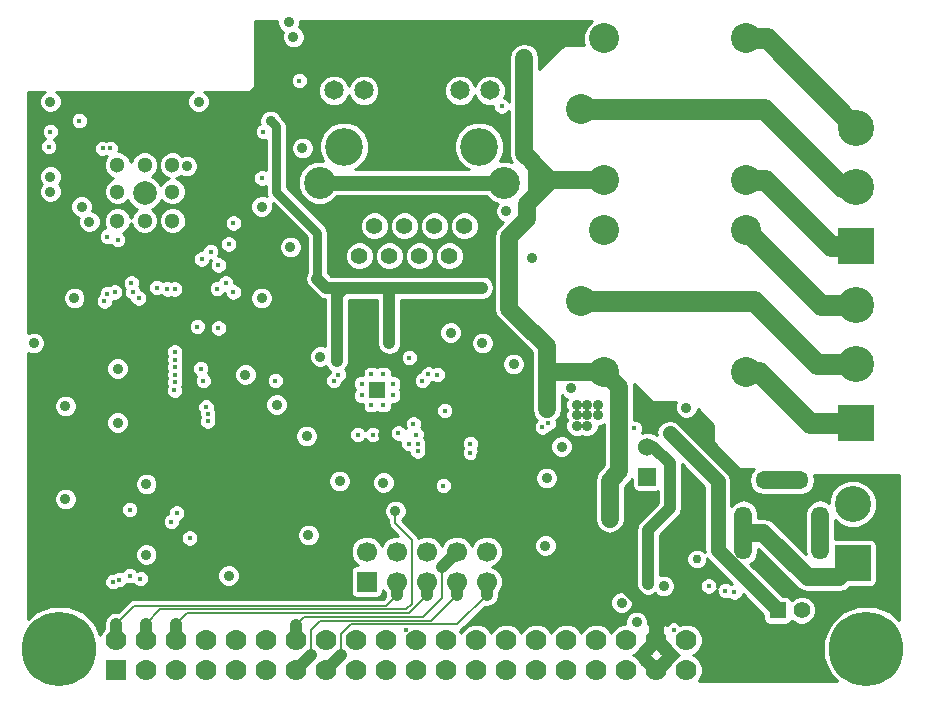
<source format=gbr>
G04 #@! TF.FileFunction,Copper,L3,Inr,Plane*
%FSLAX46Y46*%
G04 Gerber Fmt 4.6, Leading zero omitted, Abs format (unit mm)*
G04 Created by KiCad (PCBNEW no-vcs-found-undefined) date Wed Nov  9 17:15:18 2016*
%MOMM*%
%LPD*%
G01*
G04 APERTURE LIST*
%ADD10C,0.100000*%
%ADD11C,3.200000*%
%ADD12C,1.650000*%
%ADD13C,2.700000*%
%ADD14C,1.410000*%
%ADD15C,1.300000*%
%ADD16C,2.000000*%
%ADD17R,1.400000X1.400000*%
%ADD18C,1.400000*%
%ADD19C,1.524000*%
%ADD20R,1.524000X1.524000*%
%ADD21C,3.048000*%
%ADD22R,3.048000X3.048000*%
%ADD23O,1.500000X4.500000*%
%ADD24O,4.500000X1.500000*%
%ADD25C,2.540000*%
%ADD26R,1.422400X1.422400*%
%ADD27R,0.400000X0.400000*%
%ADD28R,1.700000X1.700000*%
%ADD29C,1.700000*%
%ADD30C,6.300000*%
%ADD31C,1.200000*%
%ADD32C,1.778000*%
%ADD33R,1.778000X1.778000*%
%ADD34C,0.900000*%
%ADD35C,0.750000*%
%ADD36C,0.450000*%
%ADD37C,1.524000*%
%ADD38C,1.270000*%
%ADD39C,1.016000*%
%ADD40C,1.778000*%
%ADD41C,0.127000*%
%ADD42C,0.762000*%
%ADD43C,0.254000*%
G04 APERTURE END LIST*
D10*
D11*
X97155000Y-78359000D03*
X108585000Y-78359000D03*
D12*
X106940000Y-73610500D03*
X96260000Y-73610500D03*
D13*
X95070000Y-81409000D03*
X110670000Y-81409000D03*
D12*
X109480000Y-73610500D03*
X98800000Y-73610500D03*
D14*
X98435000Y-87599000D03*
X99705000Y-85059000D03*
X100975000Y-87599000D03*
X102245000Y-85059000D03*
X103515000Y-87599000D03*
X104785000Y-85059000D03*
X106055000Y-87599000D03*
X107325000Y-85059000D03*
D15*
X77939900Y-84632800D03*
D16*
X80251300Y-82296000D03*
D15*
X82613500Y-84632800D03*
X77939900Y-79933800D03*
X82613500Y-79933800D03*
X80251300Y-79933800D03*
X80251300Y-84632800D03*
X77939900Y-82169000D03*
X82613500Y-82169000D03*
D17*
X133865620Y-117624860D03*
D18*
X135877300Y-117622320D03*
D19*
X122809000Y-103759000D03*
D20*
X122809000Y-106299000D03*
D21*
X140500000Y-91774000D03*
D22*
X140500000Y-101774000D03*
D21*
X140500000Y-96774000D03*
X140500000Y-81774000D03*
D22*
X140500000Y-86774000D03*
D21*
X140500000Y-76774000D03*
D23*
X130937000Y-111049000D03*
X137437000Y-111049000D03*
D24*
X134237000Y-106599000D03*
D21*
X140208000Y-108625000D03*
D22*
X140208000Y-113625000D03*
D25*
X119176000Y-97440000D03*
X119176000Y-85440000D03*
X131176000Y-85440000D03*
X131176000Y-97440000D03*
X117176000Y-91440000D03*
X117176000Y-75184000D03*
X131176000Y-81184000D03*
X131176000Y-69184000D03*
X119176000Y-69184000D03*
X119176000Y-81184000D03*
D26*
X99949000Y-98933000D03*
D27*
X100449000Y-97633000D03*
X99449000Y-97633000D03*
X98649000Y-98433000D03*
X98649000Y-99433000D03*
X99449000Y-100233000D03*
X100449000Y-100233000D03*
X101249000Y-99433000D03*
X101249000Y-98433000D03*
D28*
X99060000Y-115189000D03*
D29*
X99060000Y-112649000D03*
X101600000Y-115189000D03*
X101600000Y-112649000D03*
X104140000Y-115189000D03*
X104140000Y-112649000D03*
X106680000Y-115189000D03*
X106680000Y-112649000D03*
X109220000Y-115189000D03*
X109220000Y-112649000D03*
D30*
X141351000Y-120904000D03*
D31*
X141351000Y-118491000D03*
X141351000Y-123317000D03*
X139700000Y-119253000D03*
X143002000Y-119253000D03*
X139700000Y-122682000D03*
X143002000Y-122555000D03*
X143764000Y-120904000D03*
X138938000Y-120904000D03*
X70612000Y-120904000D03*
X75438000Y-120904000D03*
X74676000Y-122555000D03*
X71374000Y-122682000D03*
X74676000Y-119253000D03*
X71374000Y-119253000D03*
X73025000Y-123317000D03*
X73025000Y-118491000D03*
D30*
X73025000Y-120904000D03*
D32*
X126111000Y-120142000D03*
X126111000Y-122682000D03*
X123571000Y-120142000D03*
X123571000Y-122682000D03*
X121031000Y-120142000D03*
X121031000Y-122682000D03*
X118491000Y-120142000D03*
X118491000Y-122682000D03*
X115951000Y-120142000D03*
X115951000Y-122682000D03*
X105791000Y-120142000D03*
X105791000Y-122682000D03*
X103251000Y-120142000D03*
X103251000Y-122682000D03*
X108331000Y-122682000D03*
X108331000Y-120142000D03*
X110871000Y-120142000D03*
X110871000Y-122682000D03*
X113411000Y-122682000D03*
X113411000Y-120142000D03*
X88011000Y-120142000D03*
X88011000Y-122682000D03*
X85471000Y-122682000D03*
X85471000Y-120142000D03*
X82931000Y-120142000D03*
X82931000Y-122682000D03*
D33*
X77851000Y-122682000D03*
D32*
X77851000Y-120142000D03*
X80391000Y-122682000D03*
X80391000Y-120142000D03*
X90551000Y-122682000D03*
X90551000Y-120142000D03*
X93091000Y-122682000D03*
X93091000Y-120142000D03*
X95631000Y-122682000D03*
X95631000Y-120142000D03*
X98171000Y-122682000D03*
X98171000Y-120142000D03*
X100711000Y-122682000D03*
X100711000Y-120142000D03*
D34*
X112403409Y-70857591D03*
X119634000Y-109855000D03*
X114299861Y-100578808D03*
X112902994Y-93853000D03*
X112395000Y-78994000D03*
D35*
X127000000Y-113284000D03*
D34*
X114300002Y-106426000D03*
X110871000Y-83820000D03*
X93599000Y-78486000D03*
X83820000Y-80010006D03*
X92583000Y-86868000D03*
X80385490Y-106934000D03*
X80385490Y-112903000D03*
X87376004Y-114681000D03*
D36*
X125039170Y-119298974D03*
D34*
X95123000Y-96139000D03*
X117729000Y-101092000D03*
X116840000Y-101092000D03*
X118618000Y-101092000D03*
X118618000Y-100203000D03*
X116840000Y-100203000D03*
X117729000Y-100203000D03*
X117729000Y-101981000D03*
X116840000Y-101981000D03*
X115570000Y-103759000D03*
X114173000Y-112141000D03*
X84836000Y-74549000D03*
X111506000Y-96774000D03*
X74289490Y-91186000D03*
X88773000Y-97663000D03*
X73533000Y-100330000D03*
X94107000Y-111252000D03*
X96774000Y-106680000D03*
X91440000Y-100203000D03*
D36*
X102655806Y-96226186D03*
D34*
X100457000Y-106807000D03*
X72263000Y-74549000D03*
X73533000Y-108204000D03*
X92836984Y-69088000D03*
X106172000Y-94107000D03*
X93980000Y-102870000D03*
X120650000Y-116967000D03*
X124206000Y-115570000D03*
X124714000Y-102616024D03*
X77972479Y-97155000D03*
X72263000Y-80899000D03*
X77972479Y-101727000D03*
X72263000Y-82169000D03*
X121920000Y-118618000D03*
X126111000Y-100457000D03*
X122879164Y-115388650D03*
D36*
X105537000Y-107061000D03*
D34*
X92583000Y-88646000D03*
X85979000Y-115697000D03*
X115443000Y-113919000D03*
X116332000Y-113919000D03*
X117221000Y-113919000D03*
X87503000Y-100203000D03*
X86868000Y-106045000D03*
D35*
X100330000Y-102812490D03*
D34*
X85090000Y-111760000D03*
X96266000Y-109220000D03*
X92964000Y-105663996D03*
X99187000Y-106680000D03*
X111506000Y-98171000D03*
X108712000Y-104521000D03*
X72644000Y-94869000D03*
X72263000Y-75819000D03*
X102616000Y-106680000D03*
X108839000Y-94996000D03*
X113093500Y-87757000D03*
X116332000Y-98806000D03*
X92456000Y-67818000D03*
D36*
X77573295Y-115212675D03*
D34*
X101473000Y-109220000D03*
D36*
X77343000Y-78520510D03*
D34*
X70866000Y-94996000D03*
D36*
X72263000Y-77089000D03*
X74713148Y-76165490D03*
X72136000Y-78359000D03*
X107823000Y-103505000D03*
X103251000Y-102743000D03*
X86487000Y-88391998D03*
X99568000Y-102743000D03*
X103758994Y-98171000D03*
D34*
X90170000Y-83439000D03*
D36*
X107823000Y-104267000D03*
X103378000Y-103505000D03*
X85852000Y-87249000D03*
X98298000Y-102743000D03*
X85090000Y-87884000D03*
X93345000Y-72771000D03*
D34*
X75565000Y-84709000D03*
D36*
X110490000Y-74930000D03*
D34*
X74924490Y-83438625D03*
D36*
X84073994Y-111506000D03*
X82769424Y-98984784D03*
X76835000Y-91440000D03*
X82975206Y-109382414D03*
X82515500Y-110109000D03*
X78115940Y-115016515D03*
X77089000Y-85979000D03*
X87122008Y-89916000D03*
X85598000Y-100965000D03*
X102997000Y-101854000D03*
X105664000Y-100711000D03*
X87756990Y-90678000D03*
X87376000Y-86614000D03*
X77978000Y-86233000D03*
D34*
X90170000Y-91186000D03*
D36*
X76708000Y-78520510D03*
X85458054Y-100405216D03*
X102616000Y-103505000D03*
X86487004Y-93726000D03*
X78994000Y-114681000D03*
X78994000Y-109093000D03*
X77089000Y-90805000D03*
X82804000Y-98298000D03*
X79883000Y-114935000D03*
X77724000Y-90678000D03*
X82804000Y-97663000D03*
X79239905Y-90682047D03*
X82804000Y-97028000D03*
X79756000Y-91186000D03*
X82804000Y-96393000D03*
X82804006Y-95758000D03*
X79121000Y-89916000D03*
X103378000Y-104140000D03*
X84709000Y-93599000D03*
X91313000Y-98171000D03*
X82169000Y-90424000D03*
X84997510Y-97155000D03*
X85217000Y-98171000D03*
X81280000Y-90297000D03*
X85598000Y-101600000D03*
X86399810Y-90384190D03*
X101726994Y-102616000D03*
X87756996Y-84836000D03*
X82804000Y-90424002D03*
X114422416Y-101761510D03*
X129412994Y-115951000D03*
X113919000Y-102107994D03*
X128016000Y-115569990D03*
X121716800Y-102209600D03*
X130175000Y-116077994D03*
D34*
X90932000Y-76200000D03*
X97663000Y-90297000D03*
D35*
X96519992Y-96520000D03*
X100965002Y-94996000D03*
D34*
X108839000Y-90297000D03*
X107061000Y-90297000D03*
X105283000Y-90297000D03*
X101727000Y-90297000D03*
X99949000Y-90297000D03*
X94869000Y-89535000D03*
D36*
X90297000Y-77089010D03*
X102362008Y-119253000D03*
X104280786Y-97611427D03*
X90170016Y-81026000D03*
X105029000Y-97663008D03*
X96266000Y-98171000D03*
X96647000Y-97663000D03*
D37*
X112403409Y-71493987D02*
X112403409Y-70857591D01*
X112403409Y-78587773D02*
X112403409Y-71493987D01*
X112395000Y-70866000D02*
X112403409Y-70857591D01*
X112395000Y-78994000D02*
X112395000Y-70866000D01*
X112395000Y-78596182D02*
X112403409Y-78587773D01*
X112902994Y-93853000D02*
X111125000Y-92075006D01*
X111125000Y-92075006D02*
X111125000Y-85979000D01*
X111125000Y-85979000D02*
X112649000Y-84455000D01*
X112649000Y-84455000D02*
X112649000Y-83216000D01*
X112649000Y-83216000D02*
X113284000Y-82581000D01*
X130937000Y-111049000D02*
X132639000Y-111049000D01*
X132639000Y-111049000D02*
X136398000Y-114808000D01*
X136398000Y-114808000D02*
X139025000Y-114808000D01*
X139025000Y-114808000D02*
X140208000Y-113625000D01*
D38*
X113284000Y-79883000D02*
X113284000Y-82550000D01*
X113284000Y-82550000D02*
X113284000Y-82581000D01*
D37*
X119634000Y-106680000D02*
X119634000Y-109855000D01*
X120445999Y-98709999D02*
X119176000Y-97440000D01*
X120445999Y-105868001D02*
X120445999Y-98709999D01*
X119634000Y-106680000D02*
X120445999Y-105868001D01*
X114299861Y-99942412D02*
X114299861Y-100578808D01*
X114299861Y-97409163D02*
X114299861Y-99942412D01*
X114300024Y-97409000D02*
X114299861Y-97409163D01*
X113352993Y-94302999D02*
X112902994Y-93853000D01*
X112649000Y-93599006D02*
X112902994Y-93853000D01*
X114681000Y-81184000D02*
X113284000Y-82581000D01*
X114300024Y-95250030D02*
X113352993Y-94302999D01*
X114300024Y-97409000D02*
X114300024Y-95250030D01*
X114681000Y-81184000D02*
X114585000Y-81184000D01*
X114585000Y-81184000D02*
X113284000Y-79883000D01*
X113284000Y-79883000D02*
X112844999Y-79443999D01*
X112844999Y-79443999D02*
X112395000Y-78994000D01*
X119176000Y-81184000D02*
X114681000Y-81184000D01*
X119176000Y-97440000D02*
X114331000Y-97440000D01*
X114300000Y-97409000D02*
X114300024Y-97409000D01*
X114331000Y-97440000D02*
X114300000Y-97409000D01*
D38*
X125163999Y-103066023D02*
X124714000Y-102616024D01*
X128778000Y-106680024D02*
X125163999Y-103066023D01*
X128778000Y-112537240D02*
X128778000Y-106680024D01*
X133865620Y-117624860D02*
X128778000Y-112537240D01*
D39*
X122879164Y-115388650D02*
X122879164Y-110800836D01*
X122879164Y-110800836D02*
X124714000Y-108966000D01*
X124714000Y-108966000D02*
X124714000Y-105156000D01*
X124714000Y-105156000D02*
X123317000Y-103759000D01*
X123317000Y-103759000D02*
X122809000Y-103759000D01*
D38*
X116332000Y-113919000D02*
X115443000Y-113919000D01*
X117221000Y-113919000D02*
X116332000Y-113919000D01*
X123571000Y-120142000D02*
X123571000Y-118110000D01*
X119380000Y-113919000D02*
X117221000Y-113919000D01*
X123571000Y-118110000D02*
X119380000Y-113919000D01*
D40*
X131176000Y-85440000D02*
X137510000Y-91774000D01*
X137510000Y-91774000D02*
X140500000Y-91774000D01*
X131176000Y-97440000D02*
X132238000Y-97440000D01*
X132238000Y-97440000D02*
X136572000Y-101774000D01*
X136572000Y-101774000D02*
X140500000Y-101774000D01*
X117176000Y-91440000D02*
X131826000Y-91440000D01*
X131826000Y-91440000D02*
X137160000Y-96774000D01*
X137160000Y-96774000D02*
X140500000Y-96774000D01*
X117176000Y-75184000D02*
X132715000Y-75184000D01*
X132715000Y-75184000D02*
X139305000Y-81774000D01*
X139305000Y-81774000D02*
X140500000Y-81774000D01*
X131176000Y-81184000D02*
X132746000Y-81184000D01*
X138336000Y-86774000D02*
X140500000Y-86774000D01*
X132746000Y-81184000D02*
X138336000Y-86774000D01*
X131176000Y-69184000D02*
X132910000Y-69184000D01*
X132910000Y-69184000D02*
X140500000Y-76774000D01*
D41*
X101473000Y-109220000D02*
X101473000Y-110236000D01*
X102425500Y-117538500D02*
X81597500Y-117538500D01*
X101473000Y-110236000D02*
X102870000Y-111633000D01*
X102870000Y-111633000D02*
X102870000Y-117094000D01*
X102870000Y-117094000D02*
X102425500Y-117538500D01*
X81597500Y-117538500D02*
X80391000Y-118745000D01*
D39*
X80391000Y-120142000D02*
X80391000Y-118745000D01*
D41*
X104140000Y-116332000D02*
X102616000Y-117856000D01*
X102616000Y-117856000D02*
X83820000Y-117856000D01*
X83820000Y-117856000D02*
X82931000Y-118745000D01*
D39*
X82931000Y-120142000D02*
X82931000Y-118745000D01*
X104140000Y-116332000D02*
X104140000Y-115189000D01*
D41*
X101600000Y-116332000D02*
X100711000Y-117221000D01*
X100711000Y-117221000D02*
X79375000Y-117221000D01*
X79375000Y-117221000D02*
X77851000Y-118745000D01*
D39*
X101600000Y-115189000D02*
X101600000Y-116332000D01*
X77851000Y-120142000D02*
X77851000Y-118745000D01*
D41*
X106680000Y-116332000D02*
X104521000Y-118491000D01*
X95123000Y-118491000D02*
X94361000Y-119253000D01*
X104521000Y-118491000D02*
X95123000Y-118491000D01*
X94361000Y-119253000D02*
X94361000Y-121412000D01*
D39*
X93091000Y-122682000D02*
X94361000Y-121412000D01*
X106680000Y-116332000D02*
X106680000Y-115189000D01*
D41*
X105410000Y-113919000D02*
X105410000Y-116586000D01*
X105410000Y-116586000D02*
X103822500Y-118173500D01*
X93789500Y-118173500D02*
X93091000Y-118872000D01*
X103822500Y-118173500D02*
X93789500Y-118173500D01*
D39*
X93091000Y-120142000D02*
X93091000Y-118872000D01*
X105410000Y-113919000D02*
X106680000Y-112649000D01*
D41*
X109220000Y-116332000D02*
X106743500Y-118808500D01*
X106743500Y-118808500D02*
X97726500Y-118808500D01*
X97726500Y-118808500D02*
X96901000Y-119634000D01*
X96901000Y-119634000D02*
X96901000Y-121412000D01*
D39*
X96901000Y-121412000D02*
X95631000Y-122682000D01*
X109220000Y-115189000D02*
X109220000Y-116332000D01*
X109220000Y-116332000D02*
X109220000Y-116332000D01*
D42*
X91381999Y-82179841D02*
X91381999Y-76649999D01*
X94869000Y-85666842D02*
X91381999Y-82179841D01*
X94869000Y-89535000D02*
X94869000Y-85666842D01*
X91381999Y-76649999D02*
X90932000Y-76200000D01*
D39*
X96519992Y-96201802D02*
X96519992Y-96520000D01*
X96519992Y-90932008D02*
X96519992Y-96201802D01*
X97155000Y-90297000D02*
X96519992Y-90932008D01*
X100965002Y-94677802D02*
X100965002Y-94996000D01*
X100965000Y-90297000D02*
X100965002Y-90297002D01*
X100965002Y-90297002D02*
X100965002Y-94677802D01*
X107061000Y-90297000D02*
X108839000Y-90297000D01*
X105283000Y-90297000D02*
X107061000Y-90297000D01*
X101727000Y-90297000D02*
X105283000Y-90297000D01*
X99949000Y-90297000D02*
X100965000Y-90297000D01*
X100965000Y-90297000D02*
X101727000Y-90297000D01*
X97663000Y-90297000D02*
X99949000Y-90297000D01*
X94869000Y-89535000D02*
X95631000Y-90297000D01*
X95631000Y-90297000D02*
X97155000Y-90297000D01*
X97155000Y-90297000D02*
X97663000Y-90297000D01*
D38*
X110670000Y-81409000D02*
X95070000Y-81409000D01*
D43*
G36*
X91497834Y-68007722D02*
X91643374Y-68359954D01*
X91912628Y-68629679D01*
X91978612Y-68657078D01*
X91879151Y-68896606D01*
X91878818Y-69277722D01*
X92024358Y-69629954D01*
X92293612Y-69899679D01*
X92645590Y-70045833D01*
X93026706Y-70046166D01*
X93378938Y-69900626D01*
X93648663Y-69631372D01*
X93794817Y-69279394D01*
X93795150Y-68898278D01*
X93649610Y-68546046D01*
X93380356Y-68276321D01*
X93314372Y-68248922D01*
X93413833Y-68009394D01*
X93414111Y-67691000D01*
X118154939Y-67691000D01*
X117669564Y-68175529D01*
X117398309Y-68828782D01*
X117397692Y-69536114D01*
X117474912Y-69723000D01*
X115824000Y-69723000D01*
X115775399Y-69732667D01*
X115734197Y-69760197D01*
X113673409Y-71820985D01*
X113673409Y-70857591D01*
X113576736Y-70371583D01*
X113301435Y-69959565D01*
X112889417Y-69684264D01*
X112403409Y-69587591D01*
X111917401Y-69684264D01*
X111505383Y-69959565D01*
X111496974Y-69967974D01*
X111221673Y-70379992D01*
X111124999Y-70866000D01*
X111125000Y-70866005D01*
X111125000Y-74547352D01*
X111111769Y-74515331D01*
X110905753Y-74308955D01*
X110673391Y-74212470D01*
X110812768Y-73876813D01*
X110813231Y-73346513D01*
X110610721Y-72856403D01*
X110236070Y-72481097D01*
X109746313Y-72277732D01*
X109216013Y-72277269D01*
X108725903Y-72479779D01*
X108350597Y-72854430D01*
X108209905Y-73193253D01*
X108070721Y-72856403D01*
X107696070Y-72481097D01*
X107206313Y-72277732D01*
X106676013Y-72277269D01*
X106185903Y-72479779D01*
X105810597Y-72854430D01*
X105607232Y-73344187D01*
X105606769Y-73874487D01*
X105809279Y-74364597D01*
X106183930Y-74739903D01*
X106673687Y-74943268D01*
X107203987Y-74943731D01*
X107694097Y-74741221D01*
X108069403Y-74366570D01*
X108210095Y-74027747D01*
X108349279Y-74364597D01*
X108723930Y-74739903D01*
X109213687Y-74943268D01*
X109743987Y-74943731D01*
X109756993Y-74938357D01*
X109756873Y-75075163D01*
X109868231Y-75344669D01*
X110074247Y-75551045D01*
X110343558Y-75662872D01*
X110635163Y-75663127D01*
X110904669Y-75551769D01*
X111111045Y-75345753D01*
X111125000Y-75312145D01*
X111125000Y-78596177D01*
X111124999Y-78596182D01*
X111125000Y-78596187D01*
X111125000Y-78993995D01*
X111124999Y-78994000D01*
X111221673Y-79480008D01*
X111356922Y-79682423D01*
X111041200Y-79551324D01*
X110372654Y-79550741D01*
X110692633Y-78780147D01*
X110693365Y-77941532D01*
X110373117Y-77166474D01*
X109780645Y-76572967D01*
X109006147Y-76251367D01*
X108167532Y-76250635D01*
X107392474Y-76570883D01*
X106798967Y-77163355D01*
X106477367Y-77937853D01*
X106476635Y-78776468D01*
X106796883Y-79551526D01*
X107389355Y-80145033D01*
X107680676Y-80266000D01*
X98059808Y-80266000D01*
X98347526Y-80147117D01*
X98941033Y-79554645D01*
X99262633Y-78780147D01*
X99263365Y-77941532D01*
X98943117Y-77166474D01*
X98350645Y-76572967D01*
X97576147Y-76251367D01*
X96737532Y-76250635D01*
X95962474Y-76570883D01*
X95368967Y-77163355D01*
X95047367Y-77937853D01*
X95046635Y-78776468D01*
X95366773Y-79551259D01*
X94702042Y-79550679D01*
X94018903Y-79832946D01*
X93495783Y-80355154D01*
X93212324Y-81037800D01*
X93211679Y-81776958D01*
X93493946Y-82460097D01*
X94016154Y-82983217D01*
X94698800Y-83266676D01*
X95437958Y-83267321D01*
X96121097Y-82985054D01*
X96554907Y-82552000D01*
X109185689Y-82552000D01*
X109616154Y-82983217D01*
X110136713Y-83199372D01*
X110059321Y-83276628D01*
X109913167Y-83628606D01*
X109912834Y-84009722D01*
X110058374Y-84361954D01*
X110327628Y-84631679D01*
X110573976Y-84733972D01*
X110226974Y-85080974D01*
X109951673Y-85492992D01*
X109854999Y-85979000D01*
X109855000Y-85979005D01*
X109855000Y-92075001D01*
X109854999Y-92075006D01*
X109951673Y-92561014D01*
X110226974Y-92973032D01*
X111750972Y-94497029D01*
X111750974Y-94497032D01*
X112004966Y-94751023D01*
X112004968Y-94751026D01*
X112454965Y-95201022D01*
X112454967Y-95201025D01*
X113030024Y-95776082D01*
X113030024Y-97408339D01*
X113029860Y-97409163D01*
X113029861Y-97409168D01*
X113029861Y-100578808D01*
X113126534Y-101064816D01*
X113401835Y-101476834D01*
X113468869Y-101521625D01*
X113297955Y-101692241D01*
X113186128Y-101961552D01*
X113185873Y-102253157D01*
X113297231Y-102522663D01*
X113503247Y-102729039D01*
X113772558Y-102840866D01*
X114064163Y-102841121D01*
X114333669Y-102729763D01*
X114540045Y-102523747D01*
X114552138Y-102494623D01*
X114567579Y-102494637D01*
X114837085Y-102383279D01*
X115043461Y-102177263D01*
X115155288Y-101907952D01*
X115155543Y-101616347D01*
X115119530Y-101529190D01*
X115197887Y-101476834D01*
X115473188Y-101064816D01*
X115569861Y-100578808D01*
X115569861Y-99398529D01*
X115788628Y-99617679D01*
X116007928Y-99708740D01*
X115882167Y-100011606D01*
X115881834Y-100392722D01*
X115987186Y-100647692D01*
X115882167Y-100900606D01*
X115881834Y-101281722D01*
X115987186Y-101536692D01*
X115882167Y-101789606D01*
X115881834Y-102170722D01*
X116027374Y-102522954D01*
X116296628Y-102792679D01*
X116648606Y-102938833D01*
X117029722Y-102939166D01*
X117284692Y-102833814D01*
X117537606Y-102938833D01*
X117918722Y-102939166D01*
X118270954Y-102793626D01*
X118540679Y-102524372D01*
X118686833Y-102172394D01*
X118686940Y-102050060D01*
X118807722Y-102050166D01*
X119159954Y-101904626D01*
X119175999Y-101888609D01*
X119175999Y-105341949D01*
X118735974Y-105781974D01*
X118460673Y-106193992D01*
X118363999Y-106680000D01*
X118364000Y-106680005D01*
X118364000Y-109855000D01*
X118460673Y-110341008D01*
X118735974Y-110753026D01*
X119147992Y-111028327D01*
X119634000Y-111125000D01*
X120120008Y-111028327D01*
X120532026Y-110753026D01*
X120807327Y-110341008D01*
X120904000Y-109855000D01*
X120904000Y-107206052D01*
X121344025Y-106766027D01*
X121529048Y-106489120D01*
X121529048Y-107061000D01*
X121568475Y-107259212D01*
X121680753Y-107427247D01*
X121848788Y-107539525D01*
X122047000Y-107578952D01*
X123571000Y-107578952D01*
X123698000Y-107553690D01*
X123698000Y-108545159D01*
X122160744Y-110082416D01*
X121940502Y-110412029D01*
X121932014Y-110454703D01*
X121863164Y-110800836D01*
X121863164Y-115388650D01*
X121940502Y-115777456D01*
X122160744Y-116107070D01*
X122490358Y-116327312D01*
X122879164Y-116404650D01*
X123267970Y-116327312D01*
X123472159Y-116190877D01*
X123662628Y-116381679D01*
X124014606Y-116527833D01*
X124395722Y-116528166D01*
X124747954Y-116382626D01*
X125017679Y-116113372D01*
X125163833Y-115761394D01*
X125164166Y-115380278D01*
X125018626Y-115028046D01*
X124749372Y-114758321D01*
X124397394Y-114612167D01*
X124016278Y-114611834D01*
X123895164Y-114661878D01*
X123895164Y-111221676D01*
X125432421Y-109684420D01*
X125652662Y-109354807D01*
X125675609Y-109239442D01*
X125730000Y-108966000D01*
X125730000Y-105248470D01*
X127635000Y-107153470D01*
X127635000Y-112537240D01*
X127668046Y-112703371D01*
X127500832Y-112535866D01*
X127176410Y-112401154D01*
X126825131Y-112400847D01*
X126500474Y-112534993D01*
X126251866Y-112783168D01*
X126117154Y-113107590D01*
X126116847Y-113458869D01*
X126250993Y-113783526D01*
X126499168Y-114032134D01*
X126823590Y-114166846D01*
X127174869Y-114167153D01*
X127499526Y-114033007D01*
X127748134Y-113784832D01*
X127882846Y-113460410D01*
X127883060Y-113215681D01*
X127969777Y-113345463D01*
X129986916Y-115362602D01*
X129898009Y-115399338D01*
X129828747Y-115329955D01*
X129559436Y-115218128D01*
X129267831Y-115217873D01*
X128998325Y-115329231D01*
X128791949Y-115535247D01*
X128748940Y-115638825D01*
X128749127Y-115424827D01*
X128637769Y-115155321D01*
X128431753Y-114948945D01*
X128162442Y-114837118D01*
X127870837Y-114836863D01*
X127601331Y-114948221D01*
X127394955Y-115154237D01*
X127283128Y-115423548D01*
X127282873Y-115715153D01*
X127394231Y-115984659D01*
X127600247Y-116191035D01*
X127869558Y-116302862D01*
X128161163Y-116303117D01*
X128430669Y-116191759D01*
X128637045Y-115985743D01*
X128680054Y-115882165D01*
X128679867Y-116096163D01*
X128791225Y-116365669D01*
X128997241Y-116572045D01*
X129266552Y-116683872D01*
X129558157Y-116684127D01*
X129689985Y-116629656D01*
X129759247Y-116699039D01*
X130028558Y-116810866D01*
X130320163Y-116811121D01*
X130589669Y-116699763D01*
X130796045Y-116493747D01*
X130890525Y-116266211D01*
X132647668Y-118023354D01*
X132647668Y-118324860D01*
X132687095Y-118523072D01*
X132799373Y-118691107D01*
X132967408Y-118803385D01*
X133165620Y-118842812D01*
X134565620Y-118842812D01*
X134763832Y-118803385D01*
X134931867Y-118691107D01*
X135044145Y-118523072D01*
X135048375Y-118501809D01*
X135192130Y-118645815D01*
X135635960Y-118830110D01*
X136116532Y-118830529D01*
X136560683Y-118647010D01*
X136900795Y-118307490D01*
X137085090Y-117863660D01*
X137085509Y-117383088D01*
X136901990Y-116938937D01*
X136562470Y-116598825D01*
X136118640Y-116414530D01*
X135638068Y-116414111D01*
X135193917Y-116597630D01*
X135047546Y-116743746D01*
X135044145Y-116726648D01*
X134931867Y-116558613D01*
X134763832Y-116446335D01*
X134565620Y-116406908D01*
X134264114Y-116406908D01*
X131540742Y-113683536D01*
X131826540Y-113492572D01*
X132099240Y-113084448D01*
X132195000Y-112603032D01*
X132195000Y-112401052D01*
X135499972Y-115706023D01*
X135499974Y-115706026D01*
X135854922Y-115943194D01*
X135911992Y-115981327D01*
X136398000Y-116078001D01*
X136398005Y-116078000D01*
X139024995Y-116078000D01*
X139025000Y-116078001D01*
X139511008Y-115981327D01*
X139923026Y-115706026D01*
X139962100Y-115666952D01*
X141732000Y-115666952D01*
X141930212Y-115627525D01*
X142098247Y-115515247D01*
X142210525Y-115347212D01*
X142249952Y-115149000D01*
X142249952Y-112101000D01*
X142210525Y-111902788D01*
X142098247Y-111734753D01*
X141930212Y-111622475D01*
X141732000Y-111583048D01*
X138695000Y-111583048D01*
X138695000Y-109985550D01*
X139055462Y-110346641D01*
X139802037Y-110656646D01*
X140610416Y-110657352D01*
X141357532Y-110348650D01*
X141929641Y-109777538D01*
X142239646Y-109030963D01*
X142240352Y-108222584D01*
X141931650Y-107475468D01*
X141360538Y-106903359D01*
X140613963Y-106593354D01*
X139805584Y-106592648D01*
X139058468Y-106901350D01*
X138486359Y-107472462D01*
X138176354Y-108219037D01*
X138176104Y-108504910D01*
X137918416Y-108332728D01*
X137437000Y-108236968D01*
X136955584Y-108332728D01*
X136547460Y-108605428D01*
X136274760Y-109013552D01*
X136179000Y-109494968D01*
X136179000Y-112603032D01*
X136226157Y-112840106D01*
X133537026Y-110150974D01*
X133125008Y-109875673D01*
X132639000Y-109778999D01*
X132638995Y-109779000D01*
X132195000Y-109779000D01*
X132195000Y-109494968D01*
X132099240Y-109013552D01*
X131826540Y-108605428D01*
X131418416Y-108332728D01*
X130937000Y-108236968D01*
X130455584Y-108332728D01*
X130047460Y-108605428D01*
X129921000Y-108794689D01*
X129921000Y-106680024D01*
X129833994Y-106242617D01*
X129586223Y-105871801D01*
X125522223Y-101807801D01*
X125151407Y-101560030D01*
X124714000Y-101473024D01*
X124276593Y-101560030D01*
X123905777Y-101807801D01*
X123658006Y-102178617D01*
X123571000Y-102616024D01*
X123597999Y-102751756D01*
X123529337Y-102682974D01*
X123062727Y-102489221D01*
X122557490Y-102488780D01*
X122360810Y-102570046D01*
X122449672Y-102356042D01*
X122449927Y-102064437D01*
X122338569Y-101794931D01*
X122132553Y-101588555D01*
X121863242Y-101476728D01*
X121715999Y-101476599D01*
X121715999Y-98710004D01*
X121716000Y-98709999D01*
X121670711Y-98482317D01*
X123100197Y-99911803D01*
X123141399Y-99939333D01*
X123190000Y-99949000D01*
X125284633Y-99949000D01*
X125153167Y-100265606D01*
X125152834Y-100646722D01*
X125298374Y-100998954D01*
X125567628Y-101268679D01*
X125919606Y-101414833D01*
X126300722Y-101415166D01*
X126652954Y-101269626D01*
X126922679Y-101000372D01*
X127068833Y-100648394D01*
X127068894Y-100578500D01*
X128397000Y-101906606D01*
X128397000Y-103378000D01*
X128406667Y-103426601D01*
X128434197Y-103467803D01*
X130593197Y-105626803D01*
X130634399Y-105654333D01*
X130683000Y-105664000D01*
X131861464Y-105664000D01*
X131793428Y-105709460D01*
X131520728Y-106117584D01*
X131424968Y-106599000D01*
X131520728Y-107080416D01*
X131793428Y-107488540D01*
X132201552Y-107761240D01*
X132682968Y-107857000D01*
X135791032Y-107857000D01*
X136272448Y-107761240D01*
X136680572Y-107488540D01*
X136953272Y-107080416D01*
X137049032Y-106599000D01*
X136964096Y-106172000D01*
X144088000Y-106172000D01*
X144088000Y-118468068D01*
X143425796Y-117804707D01*
X142081813Y-117246637D01*
X140626571Y-117245367D01*
X139281617Y-117801091D01*
X138251707Y-118829204D01*
X137693637Y-120173187D01*
X137692367Y-121628429D01*
X138248091Y-122973383D01*
X138844665Y-123571000D01*
X127197830Y-123571000D01*
X127294629Y-123474370D01*
X127507757Y-122961100D01*
X127508242Y-122405339D01*
X127296010Y-121891697D01*
X126903370Y-121498371D01*
X126695488Y-121412051D01*
X126901303Y-121327010D01*
X127294629Y-120934370D01*
X127507757Y-120421100D01*
X127508242Y-119865339D01*
X127296010Y-119351697D01*
X126903370Y-118958371D01*
X126390100Y-118745243D01*
X125834339Y-118744758D01*
X125612951Y-118836233D01*
X125454923Y-118677929D01*
X125185612Y-118566102D01*
X124894007Y-118565847D01*
X124624501Y-118677205D01*
X124462195Y-118839228D01*
X124308772Y-118685805D01*
X124162396Y-118832181D01*
X124086559Y-118676166D01*
X123486364Y-118590450D01*
X123055441Y-118676166D01*
X122979604Y-118832181D01*
X122877902Y-118730479D01*
X122878166Y-118428278D01*
X122732626Y-118076046D01*
X122463372Y-117806321D01*
X122111394Y-117660167D01*
X121730278Y-117659834D01*
X121378046Y-117805374D01*
X121108321Y-118074628D01*
X120962167Y-118426606D01*
X120961889Y-118744939D01*
X120754339Y-118744758D01*
X120240697Y-118956990D01*
X119847371Y-119349630D01*
X119761051Y-119557512D01*
X119676010Y-119351697D01*
X119283370Y-118958371D01*
X118770100Y-118745243D01*
X118214339Y-118744758D01*
X117700697Y-118956990D01*
X117307371Y-119349630D01*
X117221051Y-119557512D01*
X117136010Y-119351697D01*
X116743370Y-118958371D01*
X116230100Y-118745243D01*
X115674339Y-118744758D01*
X115160697Y-118956990D01*
X114767371Y-119349630D01*
X114681051Y-119557512D01*
X114596010Y-119351697D01*
X114203370Y-118958371D01*
X113690100Y-118745243D01*
X113134339Y-118744758D01*
X112620697Y-118956990D01*
X112227371Y-119349630D01*
X112141051Y-119557512D01*
X112056010Y-119351697D01*
X111663370Y-118958371D01*
X111150100Y-118745243D01*
X110594339Y-118744758D01*
X110080697Y-118956990D01*
X109687371Y-119349630D01*
X109601051Y-119557512D01*
X109516010Y-119351697D01*
X109123370Y-118958371D01*
X108610100Y-118745243D01*
X108054339Y-118744758D01*
X107540697Y-118956990D01*
X107147371Y-119349630D01*
X107061051Y-119557512D01*
X106976010Y-119351697D01*
X106961063Y-119336724D01*
X106962204Y-119336497D01*
X107147612Y-119212612D01*
X109046695Y-117313528D01*
X109220000Y-117348000D01*
X109608806Y-117270662D01*
X109779328Y-117156722D01*
X119691834Y-117156722D01*
X119837374Y-117508954D01*
X120106628Y-117778679D01*
X120458606Y-117924833D01*
X120839722Y-117925166D01*
X121191954Y-117779626D01*
X121461679Y-117510372D01*
X121607833Y-117158394D01*
X121608166Y-116777278D01*
X121462626Y-116425046D01*
X121193372Y-116155321D01*
X120841394Y-116009167D01*
X120460278Y-116008834D01*
X120108046Y-116154374D01*
X119838321Y-116423628D01*
X119692167Y-116775606D01*
X119691834Y-117156722D01*
X109779328Y-117156722D01*
X109938420Y-117050420D01*
X110158662Y-116720806D01*
X110236000Y-116332000D01*
X110236000Y-116093600D01*
X110370585Y-115959250D01*
X110577764Y-115460308D01*
X110578235Y-114920062D01*
X110371928Y-114420760D01*
X109990250Y-114038415D01*
X109702575Y-113918962D01*
X109988240Y-113800928D01*
X110370585Y-113419250D01*
X110577764Y-112920308D01*
X110578235Y-112380062D01*
X110557849Y-112330722D01*
X113214834Y-112330722D01*
X113360374Y-112682954D01*
X113629628Y-112952679D01*
X113981606Y-113098833D01*
X114362722Y-113099166D01*
X114714954Y-112953626D01*
X114984679Y-112684372D01*
X115130833Y-112332394D01*
X115131166Y-111951278D01*
X114985626Y-111599046D01*
X114716372Y-111329321D01*
X114364394Y-111183167D01*
X113983278Y-111182834D01*
X113631046Y-111328374D01*
X113361321Y-111597628D01*
X113215167Y-111949606D01*
X113214834Y-112330722D01*
X110557849Y-112330722D01*
X110371928Y-111880760D01*
X109990250Y-111498415D01*
X109491308Y-111291236D01*
X108951062Y-111290765D01*
X108451760Y-111497072D01*
X108069415Y-111878750D01*
X107949962Y-112166425D01*
X107831928Y-111880760D01*
X107450250Y-111498415D01*
X106951308Y-111291236D01*
X106411062Y-111290765D01*
X105911760Y-111497072D01*
X105529415Y-111878750D01*
X105409962Y-112166425D01*
X105291928Y-111880760D01*
X104910250Y-111498415D01*
X104411308Y-111291236D01*
X103871062Y-111290765D01*
X103411219Y-111480768D01*
X103397997Y-111414296D01*
X103274112Y-111228888D01*
X103274109Y-111228886D01*
X102046429Y-110001206D01*
X102284679Y-109763372D01*
X102430833Y-109411394D01*
X102431166Y-109030278D01*
X102285626Y-108678046D01*
X102016372Y-108408321D01*
X101664394Y-108262167D01*
X101283278Y-108261834D01*
X100931046Y-108407374D01*
X100661321Y-108676628D01*
X100515167Y-109028606D01*
X100514834Y-109409722D01*
X100660374Y-109761954D01*
X100901500Y-110003502D01*
X100901500Y-110235995D01*
X100901499Y-110236000D01*
X100933516Y-110396954D01*
X100945003Y-110454704D01*
X101068888Y-110640112D01*
X101719880Y-111291104D01*
X101331062Y-111290765D01*
X100831760Y-111497072D01*
X100449415Y-111878750D01*
X100329962Y-112166425D01*
X100211928Y-111880760D01*
X99830250Y-111498415D01*
X99331308Y-111291236D01*
X98791062Y-111290765D01*
X98291760Y-111497072D01*
X97909415Y-111878750D01*
X97702236Y-112377692D01*
X97701765Y-112917938D01*
X97908072Y-113417240D01*
X98289750Y-113799585D01*
X98341439Y-113821048D01*
X98210000Y-113821048D01*
X98011788Y-113860475D01*
X97843753Y-113972753D01*
X97731475Y-114140788D01*
X97692048Y-114339000D01*
X97692048Y-116039000D01*
X97731475Y-116237212D01*
X97843753Y-116405247D01*
X98011788Y-116517525D01*
X98210000Y-116556952D01*
X99910000Y-116556952D01*
X100108212Y-116517525D01*
X100276247Y-116405247D01*
X100388525Y-116237212D01*
X100427952Y-116039000D01*
X100427952Y-115908546D01*
X100448072Y-115957240D01*
X100584000Y-116093406D01*
X100584000Y-116332000D01*
X100618472Y-116505304D01*
X100474276Y-116649500D01*
X79375000Y-116649500D01*
X79156296Y-116693003D01*
X78970888Y-116816888D01*
X78970886Y-116816891D01*
X78024304Y-117763472D01*
X77851000Y-117729000D01*
X77462194Y-117806338D01*
X77132580Y-118026580D01*
X76912338Y-118356194D01*
X76835000Y-118745000D01*
X76835000Y-119182293D01*
X76667371Y-119349630D01*
X76503637Y-119743947D01*
X76127909Y-118834617D01*
X75099796Y-117804707D01*
X73755813Y-117246637D01*
X72300571Y-117245367D01*
X70955617Y-117801091D01*
X70355000Y-118400660D01*
X70355000Y-115357838D01*
X76840168Y-115357838D01*
X76951526Y-115627344D01*
X77157542Y-115833720D01*
X77426853Y-115945547D01*
X77718458Y-115945802D01*
X77987964Y-115834444D01*
X78073079Y-115749478D01*
X78261103Y-115749642D01*
X78530609Y-115638284D01*
X78736985Y-115432268D01*
X78759761Y-115377416D01*
X78847558Y-115413872D01*
X79139163Y-115414127D01*
X79271140Y-115359595D01*
X79467247Y-115556045D01*
X79736558Y-115667872D01*
X80028163Y-115668127D01*
X80297669Y-115556769D01*
X80504045Y-115350753D01*
X80615872Y-115081442D01*
X80616056Y-114870722D01*
X86417838Y-114870722D01*
X86563378Y-115222954D01*
X86832632Y-115492679D01*
X87184610Y-115638833D01*
X87565726Y-115639166D01*
X87917958Y-115493626D01*
X88187683Y-115224372D01*
X88333837Y-114872394D01*
X88334170Y-114491278D01*
X88188630Y-114139046D01*
X87919376Y-113869321D01*
X87567398Y-113723167D01*
X87186282Y-113722834D01*
X86834050Y-113868374D01*
X86564325Y-114137628D01*
X86418171Y-114489606D01*
X86417838Y-114870722D01*
X80616056Y-114870722D01*
X80616127Y-114789837D01*
X80504769Y-114520331D01*
X80298753Y-114313955D01*
X80029442Y-114202128D01*
X79737837Y-114201873D01*
X79605860Y-114256405D01*
X79409753Y-114059955D01*
X79140442Y-113948128D01*
X78848837Y-113947873D01*
X78579331Y-114059231D01*
X78372955Y-114265247D01*
X78350179Y-114320099D01*
X78262382Y-114283643D01*
X77970777Y-114283388D01*
X77701271Y-114394746D01*
X77616156Y-114479712D01*
X77428132Y-114479548D01*
X77158626Y-114590906D01*
X76952250Y-114796922D01*
X76840423Y-115066233D01*
X76840168Y-115357838D01*
X70355000Y-115357838D01*
X70355000Y-113092722D01*
X79427324Y-113092722D01*
X79572864Y-113444954D01*
X79842118Y-113714679D01*
X80194096Y-113860833D01*
X80575212Y-113861166D01*
X80927444Y-113715626D01*
X81197169Y-113446372D01*
X81343323Y-113094394D01*
X81343656Y-112713278D01*
X81198116Y-112361046D01*
X80928862Y-112091321D01*
X80576884Y-111945167D01*
X80195768Y-111944834D01*
X79843536Y-112090374D01*
X79573811Y-112359628D01*
X79427657Y-112711606D01*
X79427324Y-113092722D01*
X70355000Y-113092722D01*
X70355000Y-111651163D01*
X83340867Y-111651163D01*
X83452225Y-111920669D01*
X83658241Y-112127045D01*
X83927552Y-112238872D01*
X84219157Y-112239127D01*
X84488663Y-112127769D01*
X84695039Y-111921753D01*
X84806866Y-111652442D01*
X84807050Y-111441722D01*
X93148834Y-111441722D01*
X93294374Y-111793954D01*
X93563628Y-112063679D01*
X93915606Y-112209833D01*
X94296722Y-112210166D01*
X94648954Y-112064626D01*
X94918679Y-111795372D01*
X95064833Y-111443394D01*
X95065166Y-111062278D01*
X94919626Y-110710046D01*
X94650372Y-110440321D01*
X94298394Y-110294167D01*
X93917278Y-110293834D01*
X93565046Y-110439374D01*
X93295321Y-110708628D01*
X93149167Y-111060606D01*
X93148834Y-111441722D01*
X84807050Y-111441722D01*
X84807121Y-111360837D01*
X84695763Y-111091331D01*
X84489747Y-110884955D01*
X84220436Y-110773128D01*
X83928831Y-110772873D01*
X83659325Y-110884231D01*
X83452949Y-111090247D01*
X83341122Y-111359558D01*
X83340867Y-111651163D01*
X70355000Y-111651163D01*
X70355000Y-110254163D01*
X81782373Y-110254163D01*
X81893731Y-110523669D01*
X82099747Y-110730045D01*
X82369058Y-110841872D01*
X82660663Y-110842127D01*
X82930169Y-110730769D01*
X83136545Y-110524753D01*
X83248372Y-110255442D01*
X83248541Y-110062581D01*
X83389875Y-110004183D01*
X83596251Y-109798167D01*
X83708078Y-109528856D01*
X83708333Y-109237251D01*
X83596975Y-108967745D01*
X83390959Y-108761369D01*
X83121648Y-108649542D01*
X82830043Y-108649287D01*
X82560537Y-108760645D01*
X82354161Y-108966661D01*
X82242334Y-109235972D01*
X82242165Y-109428833D01*
X82100831Y-109487231D01*
X81894455Y-109693247D01*
X81782628Y-109962558D01*
X81782373Y-110254163D01*
X70355000Y-110254163D01*
X70355000Y-109238163D01*
X78260873Y-109238163D01*
X78372231Y-109507669D01*
X78578247Y-109714045D01*
X78847558Y-109825872D01*
X79139163Y-109826127D01*
X79408669Y-109714769D01*
X79615045Y-109508753D01*
X79726872Y-109239442D01*
X79727127Y-108947837D01*
X79615769Y-108678331D01*
X79409753Y-108471955D01*
X79140442Y-108360128D01*
X78848837Y-108359873D01*
X78579331Y-108471231D01*
X78372955Y-108677247D01*
X78261128Y-108946558D01*
X78260873Y-109238163D01*
X70355000Y-109238163D01*
X70355000Y-108393722D01*
X72574834Y-108393722D01*
X72720374Y-108745954D01*
X72989628Y-109015679D01*
X73341606Y-109161833D01*
X73722722Y-109162166D01*
X74074954Y-109016626D01*
X74344679Y-108747372D01*
X74490833Y-108395394D01*
X74491166Y-108014278D01*
X74345626Y-107662046D01*
X74076372Y-107392321D01*
X73724394Y-107246167D01*
X73343278Y-107245834D01*
X72991046Y-107391374D01*
X72721321Y-107660628D01*
X72575167Y-108012606D01*
X72574834Y-108393722D01*
X70355000Y-108393722D01*
X70355000Y-107123722D01*
X79427324Y-107123722D01*
X79572864Y-107475954D01*
X79842118Y-107745679D01*
X80194096Y-107891833D01*
X80575212Y-107892166D01*
X80927444Y-107746626D01*
X81197169Y-107477372D01*
X81343323Y-107125394D01*
X81343546Y-106869722D01*
X95815834Y-106869722D01*
X95961374Y-107221954D01*
X96230628Y-107491679D01*
X96582606Y-107637833D01*
X96963722Y-107638166D01*
X97315954Y-107492626D01*
X97585679Y-107223372D01*
X97679792Y-106996722D01*
X99498834Y-106996722D01*
X99644374Y-107348954D01*
X99913628Y-107618679D01*
X100265606Y-107764833D01*
X100646722Y-107765166D01*
X100998954Y-107619626D01*
X101268679Y-107350372D01*
X101328559Y-107206163D01*
X104803873Y-107206163D01*
X104915231Y-107475669D01*
X105121247Y-107682045D01*
X105390558Y-107793872D01*
X105682163Y-107794127D01*
X105951669Y-107682769D01*
X106158045Y-107476753D01*
X106269872Y-107207442D01*
X106270127Y-106915837D01*
X106158769Y-106646331D01*
X106128214Y-106615722D01*
X113341836Y-106615722D01*
X113487376Y-106967954D01*
X113756630Y-107237679D01*
X114108608Y-107383833D01*
X114489724Y-107384166D01*
X114841956Y-107238626D01*
X115111681Y-106969372D01*
X115257835Y-106617394D01*
X115258168Y-106236278D01*
X115112628Y-105884046D01*
X114843374Y-105614321D01*
X114491396Y-105468167D01*
X114110280Y-105467834D01*
X113758048Y-105613374D01*
X113488323Y-105882628D01*
X113342169Y-106234606D01*
X113341836Y-106615722D01*
X106128214Y-106615722D01*
X105952753Y-106439955D01*
X105683442Y-106328128D01*
X105391837Y-106327873D01*
X105122331Y-106439231D01*
X104915955Y-106645247D01*
X104804128Y-106914558D01*
X104803873Y-107206163D01*
X101328559Y-107206163D01*
X101414833Y-106998394D01*
X101415166Y-106617278D01*
X101269626Y-106265046D01*
X101000372Y-105995321D01*
X100648394Y-105849167D01*
X100267278Y-105848834D01*
X99915046Y-105994374D01*
X99645321Y-106263628D01*
X99499167Y-106615606D01*
X99498834Y-106996722D01*
X97679792Y-106996722D01*
X97731833Y-106871394D01*
X97732166Y-106490278D01*
X97586626Y-106138046D01*
X97317372Y-105868321D01*
X96965394Y-105722167D01*
X96584278Y-105721834D01*
X96232046Y-105867374D01*
X95962321Y-106136628D01*
X95816167Y-106488606D01*
X95815834Y-106869722D01*
X81343546Y-106869722D01*
X81343656Y-106744278D01*
X81198116Y-106392046D01*
X80928862Y-106122321D01*
X80576884Y-105976167D01*
X80195768Y-105975834D01*
X79843536Y-106121374D01*
X79573811Y-106390628D01*
X79427657Y-106742606D01*
X79427324Y-107123722D01*
X70355000Y-107123722D01*
X70355000Y-103059722D01*
X93021834Y-103059722D01*
X93167374Y-103411954D01*
X93436628Y-103681679D01*
X93788606Y-103827833D01*
X94169722Y-103828166D01*
X94521954Y-103682626D01*
X94791679Y-103413372D01*
X94937833Y-103061394D01*
X94937984Y-102888163D01*
X97564873Y-102888163D01*
X97676231Y-103157669D01*
X97882247Y-103364045D01*
X98151558Y-103475872D01*
X98443163Y-103476127D01*
X98712669Y-103364769D01*
X98919045Y-103158753D01*
X98932896Y-103125396D01*
X98946231Y-103157669D01*
X99152247Y-103364045D01*
X99421558Y-103475872D01*
X99713163Y-103476127D01*
X99982669Y-103364769D01*
X100189045Y-103158753D01*
X100300872Y-102889442D01*
X100300984Y-102761163D01*
X100993867Y-102761163D01*
X101105225Y-103030669D01*
X101311241Y-103237045D01*
X101580552Y-103348872D01*
X101872157Y-103349127D01*
X101890127Y-103341702D01*
X101883128Y-103358558D01*
X101882873Y-103650163D01*
X101994231Y-103919669D01*
X102200247Y-104126045D01*
X102469558Y-104237872D01*
X102644914Y-104238025D01*
X102644873Y-104285163D01*
X102756231Y-104554669D01*
X102962247Y-104761045D01*
X103231558Y-104872872D01*
X103523163Y-104873127D01*
X103792669Y-104761769D01*
X103999045Y-104555753D01*
X104110872Y-104286442D01*
X104111127Y-103994837D01*
X104039881Y-103822409D01*
X104110872Y-103651442D01*
X104110873Y-103650163D01*
X107089873Y-103650163D01*
X107187422Y-103886248D01*
X107090128Y-104120558D01*
X107089873Y-104412163D01*
X107201231Y-104681669D01*
X107407247Y-104888045D01*
X107676558Y-104999872D01*
X107968163Y-105000127D01*
X108237669Y-104888769D01*
X108444045Y-104682753D01*
X108555872Y-104413442D01*
X108556127Y-104121837D01*
X108484597Y-103948722D01*
X114611834Y-103948722D01*
X114757374Y-104300954D01*
X115026628Y-104570679D01*
X115378606Y-104716833D01*
X115759722Y-104717166D01*
X116111954Y-104571626D01*
X116381679Y-104302372D01*
X116527833Y-103950394D01*
X116528166Y-103569278D01*
X116382626Y-103217046D01*
X116113372Y-102947321D01*
X115761394Y-102801167D01*
X115380278Y-102800834D01*
X115028046Y-102946374D01*
X114758321Y-103215628D01*
X114612167Y-103567606D01*
X114611834Y-103948722D01*
X108484597Y-103948722D01*
X108458578Y-103885752D01*
X108555872Y-103651442D01*
X108556127Y-103359837D01*
X108444769Y-103090331D01*
X108238753Y-102883955D01*
X107969442Y-102772128D01*
X107677837Y-102771873D01*
X107408331Y-102883231D01*
X107201955Y-103089247D01*
X107090128Y-103358558D01*
X107089873Y-103650163D01*
X104110873Y-103650163D01*
X104111127Y-103359837D01*
X103999769Y-103090331D01*
X103929631Y-103020070D01*
X103983872Y-102889442D01*
X103984127Y-102597837D01*
X103872769Y-102328331D01*
X103675696Y-102130913D01*
X103729872Y-102000442D01*
X103730127Y-101708837D01*
X103618769Y-101439331D01*
X103412753Y-101232955D01*
X103143442Y-101121128D01*
X102851837Y-101120873D01*
X102582331Y-101232231D01*
X102375955Y-101438247D01*
X102264128Y-101707558D01*
X102263873Y-101999163D01*
X102346450Y-102199014D01*
X102142747Y-101994955D01*
X101873436Y-101883128D01*
X101581831Y-101882873D01*
X101312325Y-101994231D01*
X101105949Y-102200247D01*
X100994122Y-102469558D01*
X100993867Y-102761163D01*
X100300984Y-102761163D01*
X100301127Y-102597837D01*
X100189769Y-102328331D01*
X99983753Y-102121955D01*
X99714442Y-102010128D01*
X99422837Y-102009873D01*
X99153331Y-102121231D01*
X98946955Y-102327247D01*
X98933104Y-102360604D01*
X98919769Y-102328331D01*
X98713753Y-102121955D01*
X98444442Y-102010128D01*
X98152837Y-102009873D01*
X97883331Y-102121231D01*
X97676955Y-102327247D01*
X97565128Y-102596558D01*
X97564873Y-102888163D01*
X94937984Y-102888163D01*
X94938166Y-102680278D01*
X94792626Y-102328046D01*
X94523372Y-102058321D01*
X94171394Y-101912167D01*
X93790278Y-101911834D01*
X93438046Y-102057374D01*
X93168321Y-102326628D01*
X93022167Y-102678606D01*
X93021834Y-103059722D01*
X70355000Y-103059722D01*
X70355000Y-101916722D01*
X77014313Y-101916722D01*
X77159853Y-102268954D01*
X77429107Y-102538679D01*
X77781085Y-102684833D01*
X78162201Y-102685166D01*
X78514433Y-102539626D01*
X78784158Y-102270372D01*
X78930312Y-101918394D01*
X78930645Y-101537278D01*
X78785105Y-101185046D01*
X78515851Y-100915321D01*
X78163873Y-100769167D01*
X77782757Y-100768834D01*
X77430525Y-100914374D01*
X77160800Y-101183628D01*
X77014646Y-101535606D01*
X77014313Y-101916722D01*
X70355000Y-101916722D01*
X70355000Y-100519722D01*
X72574834Y-100519722D01*
X72720374Y-100871954D01*
X72989628Y-101141679D01*
X73341606Y-101287833D01*
X73722722Y-101288166D01*
X74074954Y-101142626D01*
X74344679Y-100873372D01*
X74478797Y-100550379D01*
X84724927Y-100550379D01*
X84836285Y-100819885D01*
X84865102Y-100848752D01*
X84864873Y-101110163D01*
X84936119Y-101282591D01*
X84865128Y-101453558D01*
X84864873Y-101745163D01*
X84976231Y-102014669D01*
X85182247Y-102221045D01*
X85451558Y-102332872D01*
X85743163Y-102333127D01*
X86012669Y-102221769D01*
X86219045Y-102015753D01*
X86330872Y-101746442D01*
X86331127Y-101454837D01*
X86259881Y-101282409D01*
X86330872Y-101111442D01*
X86331127Y-100819837D01*
X86219769Y-100550331D01*
X86190952Y-100521464D01*
X86191064Y-100392722D01*
X90481834Y-100392722D01*
X90627374Y-100744954D01*
X90896628Y-101014679D01*
X91248606Y-101160833D01*
X91629722Y-101161166D01*
X91981954Y-101015626D01*
X92251679Y-100746372D01*
X92397833Y-100394394D01*
X92398166Y-100013278D01*
X92252626Y-99661046D01*
X91983372Y-99391321D01*
X91631394Y-99245167D01*
X91250278Y-99244834D01*
X90898046Y-99390374D01*
X90628321Y-99659628D01*
X90482167Y-100011606D01*
X90481834Y-100392722D01*
X86191064Y-100392722D01*
X86191181Y-100260053D01*
X86079823Y-99990547D01*
X85873807Y-99784171D01*
X85604496Y-99672344D01*
X85312891Y-99672089D01*
X85043385Y-99783447D01*
X84837009Y-99989463D01*
X84725182Y-100258774D01*
X84724927Y-100550379D01*
X74478797Y-100550379D01*
X74490833Y-100521394D01*
X74491166Y-100140278D01*
X74345626Y-99788046D01*
X74076372Y-99518321D01*
X73724394Y-99372167D01*
X73343278Y-99371834D01*
X72991046Y-99517374D01*
X72721321Y-99786628D01*
X72575167Y-100138606D01*
X72574834Y-100519722D01*
X70355000Y-100519722D01*
X70355000Y-99129947D01*
X82036297Y-99129947D01*
X82147655Y-99399453D01*
X82353671Y-99605829D01*
X82622982Y-99717656D01*
X82914587Y-99717911D01*
X83184093Y-99606553D01*
X83390469Y-99400537D01*
X83502296Y-99131226D01*
X83502551Y-98839621D01*
X83437826Y-98682974D01*
X83536872Y-98444442D01*
X83537127Y-98152837D01*
X83465881Y-97980409D01*
X83536872Y-97809442D01*
X83537127Y-97517837D01*
X83465881Y-97345409D01*
X83484668Y-97300163D01*
X84264383Y-97300163D01*
X84375741Y-97569669D01*
X84581757Y-97776045D01*
X84586501Y-97778015D01*
X84484128Y-98024558D01*
X84483873Y-98316163D01*
X84595231Y-98585669D01*
X84801247Y-98792045D01*
X85070558Y-98903872D01*
X85362163Y-98904127D01*
X85631669Y-98792769D01*
X85838045Y-98586753D01*
X85949872Y-98317442D01*
X85950127Y-98025837D01*
X85878598Y-97852722D01*
X87814834Y-97852722D01*
X87960374Y-98204954D01*
X88229628Y-98474679D01*
X88581606Y-98620833D01*
X88962722Y-98621166D01*
X89314954Y-98475626D01*
X89474695Y-98316163D01*
X90579873Y-98316163D01*
X90691231Y-98585669D01*
X90897247Y-98792045D01*
X91166558Y-98903872D01*
X91458163Y-98904127D01*
X91727669Y-98792769D01*
X91934045Y-98586753D01*
X92045872Y-98317442D01*
X92046127Y-98025837D01*
X91934769Y-97756331D01*
X91728753Y-97549955D01*
X91459442Y-97438128D01*
X91167837Y-97437873D01*
X90898331Y-97549231D01*
X90691955Y-97755247D01*
X90580128Y-98024558D01*
X90579873Y-98316163D01*
X89474695Y-98316163D01*
X89584679Y-98206372D01*
X89730833Y-97854394D01*
X89731166Y-97473278D01*
X89585626Y-97121046D01*
X89316372Y-96851321D01*
X88964394Y-96705167D01*
X88583278Y-96704834D01*
X88231046Y-96850374D01*
X87961321Y-97119628D01*
X87815167Y-97471606D01*
X87814834Y-97852722D01*
X85878598Y-97852722D01*
X85838769Y-97756331D01*
X85632753Y-97549955D01*
X85628009Y-97547985D01*
X85730382Y-97301442D01*
X85730637Y-97009837D01*
X85619279Y-96740331D01*
X85413263Y-96533955D01*
X85143952Y-96422128D01*
X84852347Y-96421873D01*
X84582841Y-96533231D01*
X84376465Y-96739247D01*
X84264638Y-97008558D01*
X84264383Y-97300163D01*
X83484668Y-97300163D01*
X83536872Y-97174442D01*
X83537127Y-96882837D01*
X83465881Y-96710409D01*
X83536872Y-96539442D01*
X83537127Y-96247837D01*
X83465884Y-96075416D01*
X83536878Y-95904442D01*
X83537133Y-95612837D01*
X83425775Y-95343331D01*
X83219759Y-95136955D01*
X82950448Y-95025128D01*
X82658843Y-95024873D01*
X82389337Y-95136231D01*
X82182961Y-95342247D01*
X82071134Y-95611558D01*
X82070879Y-95903163D01*
X82142122Y-96075584D01*
X82071128Y-96246558D01*
X82070873Y-96538163D01*
X82142119Y-96710591D01*
X82071128Y-96881558D01*
X82070873Y-97173163D01*
X82142119Y-97345591D01*
X82071128Y-97516558D01*
X82070873Y-97808163D01*
X82142119Y-97980591D01*
X82071128Y-98151558D01*
X82070873Y-98443163D01*
X82135598Y-98599810D01*
X82036552Y-98838342D01*
X82036297Y-99129947D01*
X70355000Y-99129947D01*
X70355000Y-97344722D01*
X77014313Y-97344722D01*
X77159853Y-97696954D01*
X77429107Y-97966679D01*
X77781085Y-98112833D01*
X78162201Y-98113166D01*
X78514433Y-97967626D01*
X78784158Y-97698372D01*
X78930312Y-97346394D01*
X78930645Y-96965278D01*
X78785105Y-96613046D01*
X78515851Y-96343321D01*
X78163873Y-96197167D01*
X77782757Y-96196834D01*
X77430525Y-96342374D01*
X77160800Y-96611628D01*
X77014646Y-96963606D01*
X77014313Y-97344722D01*
X70355000Y-97344722D01*
X70355000Y-95821121D01*
X70674606Y-95953833D01*
X71055722Y-95954166D01*
X71407954Y-95808626D01*
X71677679Y-95539372D01*
X71823833Y-95187394D01*
X71824166Y-94806278D01*
X71678626Y-94454046D01*
X71409372Y-94184321D01*
X71057394Y-94038167D01*
X70676278Y-94037834D01*
X70355000Y-94170584D01*
X70355000Y-93744163D01*
X83975873Y-93744163D01*
X84087231Y-94013669D01*
X84293247Y-94220045D01*
X84562558Y-94331872D01*
X84854163Y-94332127D01*
X85123669Y-94220769D01*
X85330045Y-94014753D01*
X85389668Y-93871163D01*
X85753877Y-93871163D01*
X85865235Y-94140669D01*
X86071251Y-94347045D01*
X86340562Y-94458872D01*
X86632167Y-94459127D01*
X86901673Y-94347769D01*
X87108049Y-94141753D01*
X87219876Y-93872442D01*
X87220131Y-93580837D01*
X87108773Y-93311331D01*
X86902757Y-93104955D01*
X86633446Y-92993128D01*
X86341841Y-92992873D01*
X86072335Y-93104231D01*
X85865959Y-93310247D01*
X85754132Y-93579558D01*
X85753877Y-93871163D01*
X85389668Y-93871163D01*
X85441872Y-93745442D01*
X85442127Y-93453837D01*
X85330769Y-93184331D01*
X85124753Y-92977955D01*
X84855442Y-92866128D01*
X84563837Y-92865873D01*
X84294331Y-92977231D01*
X84087955Y-93183247D01*
X83976128Y-93452558D01*
X83975873Y-93744163D01*
X70355000Y-93744163D01*
X70355000Y-91375722D01*
X73331324Y-91375722D01*
X73476864Y-91727954D01*
X73746118Y-91997679D01*
X74098096Y-92143833D01*
X74479212Y-92144166D01*
X74831444Y-91998626D01*
X75101169Y-91729372D01*
X75161049Y-91585163D01*
X76101873Y-91585163D01*
X76213231Y-91854669D01*
X76419247Y-92061045D01*
X76688558Y-92172872D01*
X76980163Y-92173127D01*
X77249669Y-92061769D01*
X77456045Y-91855753D01*
X77567872Y-91586442D01*
X77568029Y-91406915D01*
X77577558Y-91410872D01*
X77869163Y-91411127D01*
X78138669Y-91299769D01*
X78345045Y-91093753D01*
X78456872Y-90824442D01*
X78457127Y-90532837D01*
X78345769Y-90263331D01*
X78143954Y-90061163D01*
X78387873Y-90061163D01*
X78499231Y-90330669D01*
X78564839Y-90396392D01*
X78507033Y-90535605D01*
X78506778Y-90827210D01*
X78618136Y-91096716D01*
X78824152Y-91303092D01*
X79050028Y-91396883D01*
X79134231Y-91600669D01*
X79340247Y-91807045D01*
X79609558Y-91918872D01*
X79901163Y-91919127D01*
X80170669Y-91807769D01*
X80377045Y-91601753D01*
X80488872Y-91332442D01*
X80489127Y-91040837D01*
X80377769Y-90771331D01*
X80171753Y-90564955D01*
X79945877Y-90471164D01*
X79933894Y-90442163D01*
X80546873Y-90442163D01*
X80658231Y-90711669D01*
X80864247Y-90918045D01*
X81133558Y-91029872D01*
X81425163Y-91030127D01*
X81646896Y-90938508D01*
X81753247Y-91045045D01*
X82022558Y-91156872D01*
X82314163Y-91157127D01*
X82486589Y-91085882D01*
X82657558Y-91156874D01*
X82949163Y-91157129D01*
X83218669Y-91045771D01*
X83425045Y-90839755D01*
X83536872Y-90570444D01*
X83536907Y-90529353D01*
X85666683Y-90529353D01*
X85778041Y-90798859D01*
X85984057Y-91005235D01*
X86253368Y-91117062D01*
X86544973Y-91117317D01*
X86814479Y-91005959D01*
X87020855Y-90799943D01*
X87023890Y-90792635D01*
X87023863Y-90823163D01*
X87135221Y-91092669D01*
X87341237Y-91299045D01*
X87610548Y-91410872D01*
X87902153Y-91411127D01*
X87987839Y-91375722D01*
X89211834Y-91375722D01*
X89357374Y-91727954D01*
X89626628Y-91997679D01*
X89978606Y-92143833D01*
X90359722Y-92144166D01*
X90711954Y-91998626D01*
X90981679Y-91729372D01*
X91127833Y-91377394D01*
X91128166Y-90996278D01*
X90982626Y-90644046D01*
X90713372Y-90374321D01*
X90361394Y-90228167D01*
X89980278Y-90227834D01*
X89628046Y-90373374D01*
X89358321Y-90642628D01*
X89212167Y-90994606D01*
X89211834Y-91375722D01*
X87987839Y-91375722D01*
X88171659Y-91299769D01*
X88378035Y-91093753D01*
X88489862Y-90824442D01*
X88490117Y-90532837D01*
X88378759Y-90263331D01*
X88172743Y-90056955D01*
X87903432Y-89945128D01*
X87854983Y-89945086D01*
X87855135Y-89770837D01*
X87743777Y-89501331D01*
X87537761Y-89294955D01*
X87268450Y-89183128D01*
X86976845Y-89182873D01*
X86707339Y-89294231D01*
X86500963Y-89500247D01*
X86438272Y-89651224D01*
X86254647Y-89651063D01*
X85985141Y-89762421D01*
X85778765Y-89968437D01*
X85666938Y-90237748D01*
X85666683Y-90529353D01*
X83536907Y-90529353D01*
X83537127Y-90278839D01*
X83425769Y-90009333D01*
X83219753Y-89802957D01*
X82950442Y-89691130D01*
X82658837Y-89690875D01*
X82486411Y-89762120D01*
X82315442Y-89691128D01*
X82023837Y-89690873D01*
X81802104Y-89782492D01*
X81695753Y-89675955D01*
X81426442Y-89564128D01*
X81134837Y-89563873D01*
X80865331Y-89675231D01*
X80658955Y-89881247D01*
X80547128Y-90150558D01*
X80546873Y-90442163D01*
X79933894Y-90442163D01*
X79861674Y-90267378D01*
X79796066Y-90201655D01*
X79853872Y-90062442D01*
X79854127Y-89770837D01*
X79742769Y-89501331D01*
X79536753Y-89294955D01*
X79267442Y-89183128D01*
X78975837Y-89182873D01*
X78706331Y-89294231D01*
X78499955Y-89500247D01*
X78388128Y-89769558D01*
X78387873Y-90061163D01*
X78143954Y-90061163D01*
X78139753Y-90056955D01*
X77870442Y-89945128D01*
X77578837Y-89944873D01*
X77309331Y-90056231D01*
X77276378Y-90089126D01*
X77235442Y-90072128D01*
X76943837Y-90071873D01*
X76674331Y-90183231D01*
X76467955Y-90389247D01*
X76356128Y-90658558D01*
X76355932Y-90882518D01*
X76213955Y-91024247D01*
X76102128Y-91293558D01*
X76101873Y-91585163D01*
X75161049Y-91585163D01*
X75247323Y-91377394D01*
X75247656Y-90996278D01*
X75102116Y-90644046D01*
X74832862Y-90374321D01*
X74480884Y-90228167D01*
X74099768Y-90227834D01*
X73747536Y-90373374D01*
X73477811Y-90642628D01*
X73331657Y-90994606D01*
X73331324Y-91375722D01*
X70355000Y-91375722D01*
X70355000Y-88029163D01*
X84356873Y-88029163D01*
X84468231Y-88298669D01*
X84674247Y-88505045D01*
X84943558Y-88616872D01*
X85235163Y-88617127D01*
X85504669Y-88505769D01*
X85711045Y-88299753D01*
X85822872Y-88030442D01*
X85822914Y-87981975D01*
X85863561Y-87982010D01*
X85754128Y-88245556D01*
X85753873Y-88537161D01*
X85865231Y-88806667D01*
X86071247Y-89013043D01*
X86340558Y-89124870D01*
X86632163Y-89125125D01*
X86901669Y-89013767D01*
X87108045Y-88807751D01*
X87219872Y-88538440D01*
X87220127Y-88246835D01*
X87108769Y-87977329D01*
X86902753Y-87770953D01*
X86633442Y-87659126D01*
X86475439Y-87658988D01*
X86584872Y-87395442D01*
X86585127Y-87103837D01*
X86473769Y-86834331D01*
X86398733Y-86759163D01*
X86642873Y-86759163D01*
X86754231Y-87028669D01*
X86960247Y-87235045D01*
X87229558Y-87346872D01*
X87521163Y-87347127D01*
X87790669Y-87235769D01*
X87969027Y-87057722D01*
X91624834Y-87057722D01*
X91770374Y-87409954D01*
X92039628Y-87679679D01*
X92391606Y-87825833D01*
X92772722Y-87826166D01*
X93124954Y-87680626D01*
X93394679Y-87411372D01*
X93540833Y-87059394D01*
X93541166Y-86678278D01*
X93395626Y-86326046D01*
X93126372Y-86056321D01*
X92774394Y-85910167D01*
X92393278Y-85909834D01*
X92041046Y-86055374D01*
X91771321Y-86324628D01*
X91625167Y-86676606D01*
X91624834Y-87057722D01*
X87969027Y-87057722D01*
X87997045Y-87029753D01*
X88108872Y-86760442D01*
X88109127Y-86468837D01*
X87997769Y-86199331D01*
X87791753Y-85992955D01*
X87522442Y-85881128D01*
X87230837Y-85880873D01*
X86961331Y-85992231D01*
X86754955Y-86198247D01*
X86643128Y-86467558D01*
X86642873Y-86759163D01*
X86398733Y-86759163D01*
X86267753Y-86627955D01*
X85998442Y-86516128D01*
X85706837Y-86515873D01*
X85437331Y-86627231D01*
X85230955Y-86833247D01*
X85119128Y-87102558D01*
X85119086Y-87151025D01*
X84944837Y-87150873D01*
X84675331Y-87262231D01*
X84468955Y-87468247D01*
X84357128Y-87737558D01*
X84356873Y-88029163D01*
X70355000Y-88029163D01*
X70355000Y-83628347D01*
X73966324Y-83628347D01*
X74111864Y-83980579D01*
X74381118Y-84250304D01*
X74668594Y-84369674D01*
X74607167Y-84517606D01*
X74606834Y-84898722D01*
X74752374Y-85250954D01*
X75021628Y-85520679D01*
X75373606Y-85666833D01*
X75754722Y-85667166D01*
X76106954Y-85521626D01*
X76376679Y-85252372D01*
X76522833Y-84900394D01*
X76523166Y-84519278D01*
X76377626Y-84167046D01*
X76108372Y-83897321D01*
X75820896Y-83777951D01*
X75882323Y-83630019D01*
X75882656Y-83248903D01*
X75737116Y-82896671D01*
X75467862Y-82626946D01*
X75115884Y-82480792D01*
X74734768Y-82480459D01*
X74382536Y-82625999D01*
X74112811Y-82895253D01*
X73966657Y-83247231D01*
X73966324Y-83628347D01*
X70355000Y-83628347D01*
X70355000Y-81088722D01*
X71304834Y-81088722D01*
X71450374Y-81440954D01*
X71543184Y-81533926D01*
X71451321Y-81625628D01*
X71305167Y-81977606D01*
X71304834Y-82358722D01*
X71450374Y-82710954D01*
X71719628Y-82980679D01*
X72071606Y-83126833D01*
X72452722Y-83127166D01*
X72804954Y-82981626D01*
X73074679Y-82712372D01*
X73220833Y-82360394D01*
X73221166Y-81979278D01*
X73075626Y-81627046D01*
X72982816Y-81534074D01*
X73074679Y-81442372D01*
X73220833Y-81090394D01*
X73221166Y-80709278D01*
X73075626Y-80357046D01*
X72806372Y-80087321D01*
X72454394Y-79941167D01*
X72073278Y-79940834D01*
X71721046Y-80086374D01*
X71451321Y-80355628D01*
X71305167Y-80707606D01*
X71304834Y-81088722D01*
X70355000Y-81088722D01*
X70355000Y-78504163D01*
X71402873Y-78504163D01*
X71514231Y-78773669D01*
X71720247Y-78980045D01*
X71989558Y-79091872D01*
X72281163Y-79092127D01*
X72550669Y-78980769D01*
X72757045Y-78774753D01*
X72802338Y-78665673D01*
X75974873Y-78665673D01*
X76086231Y-78935179D01*
X76292247Y-79141555D01*
X76561558Y-79253382D01*
X76853163Y-79253637D01*
X77025591Y-79182391D01*
X77045323Y-79190584D01*
X76958767Y-79276989D01*
X76782101Y-79702449D01*
X76781699Y-80163130D01*
X76957623Y-80588898D01*
X77283089Y-80914933D01*
X77612023Y-81051518D01*
X77284802Y-81186723D01*
X76958767Y-81512189D01*
X76782101Y-81937649D01*
X76781699Y-82398330D01*
X76957623Y-82824098D01*
X77283089Y-83150133D01*
X77708549Y-83326799D01*
X78169230Y-83327201D01*
X78594998Y-83151277D01*
X78862641Y-82884101D01*
X78972135Y-83149097D01*
X79395972Y-83573674D01*
X79591749Y-83654968D01*
X79270167Y-83975989D01*
X79095388Y-84396904D01*
X78922177Y-83977702D01*
X78596711Y-83651667D01*
X78171251Y-83475001D01*
X77710570Y-83474599D01*
X77284802Y-83650523D01*
X76958767Y-83975989D01*
X76782101Y-84401449D01*
X76781699Y-84862130D01*
X76940780Y-85247136D01*
X76674331Y-85357231D01*
X76467955Y-85563247D01*
X76356128Y-85832558D01*
X76355873Y-86124163D01*
X76467231Y-86393669D01*
X76673247Y-86600045D01*
X76942558Y-86711872D01*
X77234163Y-86712127D01*
X77366140Y-86657595D01*
X77562247Y-86854045D01*
X77831558Y-86965872D01*
X78123163Y-86966127D01*
X78392669Y-86854769D01*
X78599045Y-86648753D01*
X78710872Y-86379442D01*
X78711127Y-86087837D01*
X78599769Y-85818331D01*
X78454727Y-85673036D01*
X78594998Y-85615077D01*
X78921033Y-85289611D01*
X79095812Y-84868696D01*
X79269023Y-85287898D01*
X79594489Y-85613933D01*
X80019949Y-85790599D01*
X80480630Y-85791001D01*
X80906398Y-85615077D01*
X81232433Y-85289611D01*
X81409099Y-84864151D01*
X81409100Y-84862130D01*
X81455299Y-84862130D01*
X81631223Y-85287898D01*
X81956689Y-85613933D01*
X82382149Y-85790599D01*
X82842830Y-85791001D01*
X83268598Y-85615077D01*
X83594633Y-85289611D01*
X83722711Y-84981163D01*
X87023869Y-84981163D01*
X87135227Y-85250669D01*
X87341243Y-85457045D01*
X87610554Y-85568872D01*
X87902159Y-85569127D01*
X88171665Y-85457769D01*
X88378041Y-85251753D01*
X88489868Y-84982442D01*
X88490123Y-84690837D01*
X88378765Y-84421331D01*
X88172749Y-84214955D01*
X87903438Y-84103128D01*
X87611833Y-84102873D01*
X87342327Y-84214231D01*
X87135951Y-84420247D01*
X87024124Y-84689558D01*
X87023869Y-84981163D01*
X83722711Y-84981163D01*
X83771299Y-84864151D01*
X83771701Y-84403470D01*
X83595777Y-83977702D01*
X83270311Y-83651667D01*
X83215054Y-83628722D01*
X89211834Y-83628722D01*
X89357374Y-83980954D01*
X89626628Y-84250679D01*
X89978606Y-84396833D01*
X90359722Y-84397166D01*
X90711954Y-84251626D01*
X90981679Y-83982372D01*
X91127833Y-83630394D01*
X91128166Y-83249278D01*
X91081669Y-83136747D01*
X93980000Y-86035078D01*
X93980000Y-89071869D01*
X93930338Y-89146193D01*
X93853001Y-89535000D01*
X93930338Y-89923807D01*
X94150580Y-90253420D01*
X94912580Y-91015421D01*
X95242193Y-91235662D01*
X95306700Y-91248493D01*
X95503992Y-91287737D01*
X95503992Y-95259895D01*
X95314394Y-95181167D01*
X94933278Y-95180834D01*
X94581046Y-95326374D01*
X94311321Y-95595628D01*
X94165167Y-95947606D01*
X94164834Y-96328722D01*
X94310374Y-96680954D01*
X94579628Y-96950679D01*
X94931606Y-97096833D01*
X95312722Y-97097166D01*
X95621844Y-96969439D01*
X95801572Y-97238420D01*
X95980090Y-97357703D01*
X95914128Y-97516558D01*
X95914122Y-97523286D01*
X95851331Y-97549231D01*
X95644955Y-97755247D01*
X95533128Y-98024558D01*
X95532873Y-98316163D01*
X95644231Y-98585669D01*
X95850247Y-98792045D01*
X96119558Y-98903872D01*
X96411163Y-98904127D01*
X96680669Y-98792769D01*
X96887045Y-98586753D01*
X96998872Y-98317442D01*
X96998878Y-98310714D01*
X97061669Y-98284769D01*
X97113528Y-98233000D01*
X97931048Y-98233000D01*
X97931048Y-98633000D01*
X97970475Y-98831212D01*
X98038488Y-98933000D01*
X97970475Y-99034788D01*
X97931048Y-99233000D01*
X97931048Y-99633000D01*
X97970475Y-99831212D01*
X98082753Y-99999247D01*
X98250788Y-100111525D01*
X98449000Y-100150952D01*
X98731048Y-100150952D01*
X98731048Y-100433000D01*
X98770475Y-100631212D01*
X98882753Y-100799247D01*
X99050788Y-100911525D01*
X99249000Y-100950952D01*
X99649000Y-100950952D01*
X99847212Y-100911525D01*
X99949000Y-100843512D01*
X100050788Y-100911525D01*
X100249000Y-100950952D01*
X100649000Y-100950952D01*
X100847212Y-100911525D01*
X100930066Y-100856163D01*
X104930873Y-100856163D01*
X105042231Y-101125669D01*
X105248247Y-101332045D01*
X105517558Y-101443872D01*
X105809163Y-101444127D01*
X106078669Y-101332769D01*
X106285045Y-101126753D01*
X106396872Y-100857442D01*
X106397127Y-100565837D01*
X106285769Y-100296331D01*
X106079753Y-100089955D01*
X105810442Y-99978128D01*
X105518837Y-99977873D01*
X105249331Y-100089231D01*
X105042955Y-100295247D01*
X104931128Y-100564558D01*
X104930873Y-100856163D01*
X100930066Y-100856163D01*
X101015247Y-100799247D01*
X101127525Y-100631212D01*
X101166952Y-100433000D01*
X101166952Y-100150952D01*
X101449000Y-100150952D01*
X101647212Y-100111525D01*
X101815247Y-99999247D01*
X101927525Y-99831212D01*
X101966952Y-99633000D01*
X101966952Y-99233000D01*
X101927525Y-99034788D01*
X101859512Y-98933000D01*
X101927525Y-98831212D01*
X101966952Y-98633000D01*
X101966952Y-98316163D01*
X103025867Y-98316163D01*
X103137225Y-98585669D01*
X103343241Y-98792045D01*
X103612552Y-98903872D01*
X103904157Y-98904127D01*
X104173663Y-98792769D01*
X104380039Y-98586753D01*
X104491866Y-98317442D01*
X104491866Y-98317318D01*
X104601311Y-98272096D01*
X104613247Y-98284053D01*
X104882558Y-98395880D01*
X105174163Y-98396135D01*
X105443669Y-98284777D01*
X105650045Y-98078761D01*
X105761872Y-97809450D01*
X105762127Y-97517845D01*
X105650769Y-97248339D01*
X105444753Y-97041963D01*
X105256327Y-96963722D01*
X110547834Y-96963722D01*
X110693374Y-97315954D01*
X110962628Y-97585679D01*
X111314606Y-97731833D01*
X111695722Y-97732166D01*
X112047954Y-97586626D01*
X112317679Y-97317372D01*
X112463833Y-96965394D01*
X112464166Y-96584278D01*
X112318626Y-96232046D01*
X112049372Y-95962321D01*
X111697394Y-95816167D01*
X111316278Y-95815834D01*
X110964046Y-95961374D01*
X110694321Y-96230628D01*
X110548167Y-96582606D01*
X110547834Y-96963722D01*
X105256327Y-96963722D01*
X105175442Y-96930136D01*
X104883837Y-96929881D01*
X104708475Y-97002339D01*
X104696539Y-96990382D01*
X104427228Y-96878555D01*
X104135623Y-96878300D01*
X103866117Y-96989658D01*
X103659741Y-97195674D01*
X103547914Y-97464985D01*
X103547914Y-97465109D01*
X103344325Y-97549231D01*
X103137949Y-97755247D01*
X103026122Y-98024558D01*
X103025867Y-98316163D01*
X101966952Y-98316163D01*
X101966952Y-98233000D01*
X101927525Y-98034788D01*
X101815247Y-97866753D01*
X101647212Y-97754475D01*
X101449000Y-97715048D01*
X101166952Y-97715048D01*
X101166952Y-97433000D01*
X101127525Y-97234788D01*
X101015247Y-97066753D01*
X100847212Y-96954475D01*
X100649000Y-96915048D01*
X100249000Y-96915048D01*
X100050788Y-96954475D01*
X99949000Y-97022488D01*
X99847212Y-96954475D01*
X99649000Y-96915048D01*
X99249000Y-96915048D01*
X99050788Y-96954475D01*
X98882753Y-97066753D01*
X98770475Y-97234788D01*
X98731048Y-97433000D01*
X98731048Y-97715048D01*
X98449000Y-97715048D01*
X98250788Y-97754475D01*
X98082753Y-97866753D01*
X97970475Y-98034788D01*
X97931048Y-98233000D01*
X97113528Y-98233000D01*
X97268045Y-98078753D01*
X97379872Y-97809442D01*
X97380127Y-97517837D01*
X97268769Y-97248331D01*
X97246617Y-97226140D01*
X97458654Y-96908806D01*
X97535992Y-96520000D01*
X97535992Y-96371349D01*
X101922679Y-96371349D01*
X102034037Y-96640855D01*
X102240053Y-96847231D01*
X102509364Y-96959058D01*
X102800969Y-96959313D01*
X103070475Y-96847955D01*
X103276851Y-96641939D01*
X103388678Y-96372628D01*
X103388933Y-96081023D01*
X103277575Y-95811517D01*
X103071559Y-95605141D01*
X102802248Y-95493314D01*
X102510643Y-95493059D01*
X102241137Y-95604417D01*
X102034761Y-95810433D01*
X101922934Y-96079744D01*
X101922679Y-96371349D01*
X97535992Y-96371349D01*
X97535992Y-91352848D01*
X97575841Y-91313000D01*
X99949002Y-91313000D01*
X99949002Y-94996000D01*
X100026340Y-95384806D01*
X100246582Y-95714420D01*
X100576196Y-95934662D01*
X100965002Y-96012000D01*
X101353808Y-95934662D01*
X101683422Y-95714420D01*
X101903664Y-95384806D01*
X101943264Y-95185722D01*
X107880834Y-95185722D01*
X108026374Y-95537954D01*
X108295628Y-95807679D01*
X108647606Y-95953833D01*
X109028722Y-95954166D01*
X109380954Y-95808626D01*
X109650679Y-95539372D01*
X109796833Y-95187394D01*
X109797166Y-94806278D01*
X109651626Y-94454046D01*
X109382372Y-94184321D01*
X109030394Y-94038167D01*
X108649278Y-94037834D01*
X108297046Y-94183374D01*
X108027321Y-94452628D01*
X107881167Y-94804606D01*
X107880834Y-95185722D01*
X101943264Y-95185722D01*
X101981002Y-94996000D01*
X101981002Y-94296722D01*
X105213834Y-94296722D01*
X105359374Y-94648954D01*
X105628628Y-94918679D01*
X105980606Y-95064833D01*
X106361722Y-95065166D01*
X106713954Y-94919626D01*
X106983679Y-94650372D01*
X107129833Y-94298394D01*
X107130166Y-93917278D01*
X106984626Y-93565046D01*
X106715372Y-93295321D01*
X106363394Y-93149167D01*
X105982278Y-93148834D01*
X105630046Y-93294374D01*
X105360321Y-93563628D01*
X105214167Y-93915606D01*
X105213834Y-94296722D01*
X101981002Y-94296722D01*
X101981002Y-91313000D01*
X108839000Y-91313000D01*
X109227806Y-91235662D01*
X109557420Y-91015420D01*
X109777662Y-90685806D01*
X109855000Y-90297000D01*
X109777662Y-89908194D01*
X109557420Y-89578580D01*
X109227806Y-89358338D01*
X108839000Y-89281000D01*
X96051841Y-89281000D01*
X95758000Y-88987160D01*
X95758000Y-87839222D01*
X97221790Y-87839222D01*
X97406069Y-88285212D01*
X97746994Y-88626732D01*
X98192661Y-88811789D01*
X98675222Y-88812210D01*
X99121212Y-88627931D01*
X99462732Y-88287006D01*
X99647789Y-87841339D01*
X99647790Y-87839222D01*
X99761790Y-87839222D01*
X99946069Y-88285212D01*
X100286994Y-88626732D01*
X100732661Y-88811789D01*
X101215222Y-88812210D01*
X101661212Y-88627931D01*
X102002732Y-88287006D01*
X102187789Y-87841339D01*
X102187790Y-87839222D01*
X102301790Y-87839222D01*
X102486069Y-88285212D01*
X102826994Y-88626732D01*
X103272661Y-88811789D01*
X103755222Y-88812210D01*
X104201212Y-88627931D01*
X104542732Y-88287006D01*
X104727789Y-87841339D01*
X104727790Y-87839222D01*
X104841790Y-87839222D01*
X105026069Y-88285212D01*
X105366994Y-88626732D01*
X105812661Y-88811789D01*
X106295222Y-88812210D01*
X106741212Y-88627931D01*
X107082732Y-88287006D01*
X107267789Y-87841339D01*
X107268210Y-87358778D01*
X107083931Y-86912788D01*
X106743006Y-86571268D01*
X106297339Y-86386211D01*
X105814778Y-86385790D01*
X105368788Y-86570069D01*
X105027268Y-86910994D01*
X104842211Y-87356661D01*
X104841790Y-87839222D01*
X104727790Y-87839222D01*
X104728210Y-87358778D01*
X104543931Y-86912788D01*
X104203006Y-86571268D01*
X103757339Y-86386211D01*
X103274778Y-86385790D01*
X102828788Y-86570069D01*
X102487268Y-86910994D01*
X102302211Y-87356661D01*
X102301790Y-87839222D01*
X102187790Y-87839222D01*
X102188210Y-87358778D01*
X102003931Y-86912788D01*
X101663006Y-86571268D01*
X101217339Y-86386211D01*
X100734778Y-86385790D01*
X100288788Y-86570069D01*
X99947268Y-86910994D01*
X99762211Y-87356661D01*
X99761790Y-87839222D01*
X99647790Y-87839222D01*
X99648210Y-87358778D01*
X99463931Y-86912788D01*
X99123006Y-86571268D01*
X98677339Y-86386211D01*
X98194778Y-86385790D01*
X97748788Y-86570069D01*
X97407268Y-86910994D01*
X97222211Y-87356661D01*
X97221790Y-87839222D01*
X95758000Y-87839222D01*
X95758000Y-85666842D01*
X95690329Y-85326636D01*
X95672012Y-85299222D01*
X98491790Y-85299222D01*
X98676069Y-85745212D01*
X99016994Y-86086732D01*
X99462661Y-86271789D01*
X99945222Y-86272210D01*
X100391212Y-86087931D01*
X100732732Y-85747006D01*
X100917789Y-85301339D01*
X100917790Y-85299222D01*
X101031790Y-85299222D01*
X101216069Y-85745212D01*
X101556994Y-86086732D01*
X102002661Y-86271789D01*
X102485222Y-86272210D01*
X102931212Y-86087931D01*
X103272732Y-85747006D01*
X103457789Y-85301339D01*
X103457790Y-85299222D01*
X103571790Y-85299222D01*
X103756069Y-85745212D01*
X104096994Y-86086732D01*
X104542661Y-86271789D01*
X105025222Y-86272210D01*
X105471212Y-86087931D01*
X105812732Y-85747006D01*
X105997789Y-85301339D01*
X105997790Y-85299222D01*
X106111790Y-85299222D01*
X106296069Y-85745212D01*
X106636994Y-86086732D01*
X107082661Y-86271789D01*
X107565222Y-86272210D01*
X108011212Y-86087931D01*
X108352732Y-85747006D01*
X108537789Y-85301339D01*
X108538210Y-84818778D01*
X108353931Y-84372788D01*
X108013006Y-84031268D01*
X107567339Y-83846211D01*
X107084778Y-83845790D01*
X106638788Y-84030069D01*
X106297268Y-84370994D01*
X106112211Y-84816661D01*
X106111790Y-85299222D01*
X105997790Y-85299222D01*
X105998210Y-84818778D01*
X105813931Y-84372788D01*
X105473006Y-84031268D01*
X105027339Y-83846211D01*
X104544778Y-83845790D01*
X104098788Y-84030069D01*
X103757268Y-84370994D01*
X103572211Y-84816661D01*
X103571790Y-85299222D01*
X103457790Y-85299222D01*
X103458210Y-84818778D01*
X103273931Y-84372788D01*
X102933006Y-84031268D01*
X102487339Y-83846211D01*
X102004778Y-83845790D01*
X101558788Y-84030069D01*
X101217268Y-84370994D01*
X101032211Y-84816661D01*
X101031790Y-85299222D01*
X100917790Y-85299222D01*
X100918210Y-84818778D01*
X100733931Y-84372788D01*
X100393006Y-84031268D01*
X99947339Y-83846211D01*
X99464778Y-83845790D01*
X99018788Y-84030069D01*
X98677268Y-84370994D01*
X98492211Y-84816661D01*
X98491790Y-85299222D01*
X95672012Y-85299222D01*
X95497618Y-85038224D01*
X92270999Y-81811605D01*
X92270999Y-78675722D01*
X92640834Y-78675722D01*
X92786374Y-79027954D01*
X93055628Y-79297679D01*
X93407606Y-79443833D01*
X93788722Y-79444166D01*
X94140954Y-79298626D01*
X94410679Y-79029372D01*
X94556833Y-78677394D01*
X94557166Y-78296278D01*
X94411626Y-77944046D01*
X94142372Y-77674321D01*
X93790394Y-77528167D01*
X93409278Y-77527834D01*
X93057046Y-77673374D01*
X92787321Y-77942628D01*
X92641167Y-78294606D01*
X92640834Y-78675722D01*
X92270999Y-78675722D01*
X92270999Y-76649999D01*
X92203328Y-76309793D01*
X92010617Y-76021381D01*
X91813170Y-75823934D01*
X91744626Y-75658046D01*
X91475372Y-75388321D01*
X91123394Y-75242167D01*
X90742278Y-75241834D01*
X90390046Y-75387374D01*
X90120321Y-75656628D01*
X89974167Y-76008606D01*
X89973834Y-76389722D01*
X89987849Y-76423642D01*
X89882331Y-76467241D01*
X89675955Y-76673257D01*
X89564128Y-76942568D01*
X89563873Y-77234173D01*
X89675231Y-77503679D01*
X89881247Y-77710055D01*
X90150558Y-77821882D01*
X90442163Y-77822137D01*
X90492999Y-77801132D01*
X90492999Y-80366434D01*
X90316458Y-80293128D01*
X90024853Y-80292873D01*
X89755347Y-80404231D01*
X89548971Y-80610247D01*
X89437144Y-80879558D01*
X89436889Y-81171163D01*
X89548247Y-81440669D01*
X89754263Y-81647045D01*
X90023574Y-81758872D01*
X90315179Y-81759127D01*
X90492999Y-81685653D01*
X90492999Y-82179841D01*
X90560670Y-82520047D01*
X90601236Y-82580758D01*
X90361394Y-82481167D01*
X89980278Y-82480834D01*
X89628046Y-82626374D01*
X89358321Y-82895628D01*
X89212167Y-83247606D01*
X89211834Y-83628722D01*
X83215054Y-83628722D01*
X82844851Y-83475001D01*
X82384170Y-83474599D01*
X81958402Y-83650523D01*
X81632367Y-83975989D01*
X81455701Y-84401449D01*
X81455299Y-84862130D01*
X81409100Y-84862130D01*
X81409501Y-84403470D01*
X81233577Y-83977702D01*
X80911363Y-83654925D01*
X81104397Y-83575165D01*
X81528974Y-83151328D01*
X81654973Y-82847889D01*
X81956689Y-83150133D01*
X82382149Y-83326799D01*
X82842830Y-83327201D01*
X83268598Y-83151277D01*
X83594633Y-82825811D01*
X83771299Y-82400351D01*
X83771701Y-81939670D01*
X83595777Y-81513902D01*
X83270311Y-81187867D01*
X82941377Y-81051282D01*
X83268598Y-80916077D01*
X83337736Y-80847059D01*
X83628606Y-80967839D01*
X84009722Y-80968172D01*
X84361954Y-80822632D01*
X84631679Y-80553378D01*
X84777833Y-80201400D01*
X84778166Y-79820284D01*
X84632626Y-79468052D01*
X84363372Y-79198327D01*
X84011394Y-79052173D01*
X83630278Y-79051840D01*
X83445519Y-79128181D01*
X83270311Y-78952667D01*
X82844851Y-78776001D01*
X82384170Y-78775599D01*
X81958402Y-78951523D01*
X81632367Y-79276989D01*
X81455701Y-79702449D01*
X81455299Y-80163130D01*
X81631223Y-80588898D01*
X81956689Y-80914933D01*
X82285623Y-81051518D01*
X81958402Y-81186723D01*
X81632367Y-81512189D01*
X81595640Y-81600638D01*
X81530465Y-81442903D01*
X81106628Y-81018326D01*
X80883335Y-80925606D01*
X80906398Y-80916077D01*
X81232433Y-80590611D01*
X81409099Y-80165151D01*
X81409501Y-79704470D01*
X81233577Y-79278702D01*
X80908111Y-78952667D01*
X80482651Y-78776001D01*
X80021970Y-78775599D01*
X79596202Y-78951523D01*
X79270167Y-79276989D01*
X79095388Y-79697904D01*
X78922177Y-79278702D01*
X78596711Y-78952667D01*
X78171251Y-78776001D01*
X78030642Y-78775878D01*
X78075872Y-78666952D01*
X78076127Y-78375347D01*
X77964769Y-78105841D01*
X77758753Y-77899465D01*
X77489442Y-77787638D01*
X77197837Y-77787383D01*
X77025409Y-77858629D01*
X76854442Y-77787638D01*
X76562837Y-77787383D01*
X76293331Y-77898741D01*
X76086955Y-78104757D01*
X75975128Y-78374068D01*
X75974873Y-78665673D01*
X72802338Y-78665673D01*
X72868872Y-78505442D01*
X72869127Y-78213837D01*
X72757769Y-77944331D01*
X72569310Y-77755542D01*
X72677669Y-77710769D01*
X72884045Y-77504753D01*
X72995872Y-77235442D01*
X72996127Y-76943837D01*
X72884769Y-76674331D01*
X72678753Y-76467955D01*
X72409442Y-76356128D01*
X72117837Y-76355873D01*
X71848331Y-76467231D01*
X71641955Y-76673247D01*
X71530128Y-76942558D01*
X71529873Y-77234163D01*
X71641231Y-77503669D01*
X71829690Y-77692458D01*
X71721331Y-77737231D01*
X71514955Y-77943247D01*
X71403128Y-78212558D01*
X71402873Y-78504163D01*
X70355000Y-78504163D01*
X70355000Y-76310653D01*
X73980021Y-76310653D01*
X74091379Y-76580159D01*
X74297395Y-76786535D01*
X74566706Y-76898362D01*
X74858311Y-76898617D01*
X75127817Y-76787259D01*
X75334193Y-76581243D01*
X75446020Y-76311932D01*
X75446275Y-76020327D01*
X75334917Y-75750821D01*
X75128901Y-75544445D01*
X74859590Y-75432618D01*
X74567985Y-75432363D01*
X74298479Y-75543721D01*
X74092103Y-75749737D01*
X73980276Y-76019048D01*
X73980021Y-76310653D01*
X70355000Y-76310653D01*
X70355000Y-73710800D01*
X71782940Y-73710800D01*
X71721046Y-73736374D01*
X71451321Y-74005628D01*
X71305167Y-74357606D01*
X71304834Y-74738722D01*
X71450374Y-75090954D01*
X71719628Y-75360679D01*
X72071606Y-75506833D01*
X72452722Y-75507166D01*
X72804954Y-75361626D01*
X73074679Y-75092372D01*
X73220833Y-74740394D01*
X73221166Y-74359278D01*
X73075626Y-74007046D01*
X72806372Y-73737321D01*
X72742502Y-73710800D01*
X84355940Y-73710800D01*
X84294046Y-73736374D01*
X84024321Y-74005628D01*
X83878167Y-74357606D01*
X83877834Y-74738722D01*
X84023374Y-75090954D01*
X84292628Y-75360679D01*
X84644606Y-75506833D01*
X85025722Y-75507166D01*
X85377954Y-75361626D01*
X85647679Y-75092372D01*
X85793833Y-74740394D01*
X85794166Y-74359278D01*
X85648626Y-74007046D01*
X85516299Y-73874487D01*
X94926769Y-73874487D01*
X95129279Y-74364597D01*
X95503930Y-74739903D01*
X95993687Y-74943268D01*
X96523987Y-74943731D01*
X97014097Y-74741221D01*
X97389403Y-74366570D01*
X97530095Y-74027747D01*
X97669279Y-74364597D01*
X98043930Y-74739903D01*
X98533687Y-74943268D01*
X99063987Y-74943731D01*
X99554097Y-74741221D01*
X99929403Y-74366570D01*
X100132768Y-73876813D01*
X100133231Y-73346513D01*
X99930721Y-72856403D01*
X99556070Y-72481097D01*
X99066313Y-72277732D01*
X98536013Y-72277269D01*
X98045903Y-72479779D01*
X97670597Y-72854430D01*
X97529905Y-73193253D01*
X97390721Y-72856403D01*
X97016070Y-72481097D01*
X96526313Y-72277732D01*
X95996013Y-72277269D01*
X95505903Y-72479779D01*
X95130597Y-72854430D01*
X94927232Y-73344187D01*
X94926769Y-73874487D01*
X85516299Y-73874487D01*
X85379372Y-73737321D01*
X85315502Y-73710800D01*
X88976200Y-73710800D01*
X89219204Y-73662464D01*
X89425213Y-73524813D01*
X89562864Y-73318804D01*
X89611200Y-73075800D01*
X89611200Y-72916163D01*
X92611873Y-72916163D01*
X92723231Y-73185669D01*
X92929247Y-73392045D01*
X93198558Y-73503872D01*
X93490163Y-73504127D01*
X93759669Y-73392769D01*
X93966045Y-73186753D01*
X94077872Y-72917442D01*
X94078127Y-72625837D01*
X93966769Y-72356331D01*
X93760753Y-72149955D01*
X93491442Y-72038128D01*
X93199837Y-72037873D01*
X92930331Y-72149231D01*
X92723955Y-72355247D01*
X92612128Y-72624558D01*
X92611873Y-72916163D01*
X89611200Y-72916163D01*
X89611200Y-67691000D01*
X91498111Y-67691000D01*
X91497834Y-68007722D01*
X91497834Y-68007722D01*
G37*
X91497834Y-68007722D02*
X91643374Y-68359954D01*
X91912628Y-68629679D01*
X91978612Y-68657078D01*
X91879151Y-68896606D01*
X91878818Y-69277722D01*
X92024358Y-69629954D01*
X92293612Y-69899679D01*
X92645590Y-70045833D01*
X93026706Y-70046166D01*
X93378938Y-69900626D01*
X93648663Y-69631372D01*
X93794817Y-69279394D01*
X93795150Y-68898278D01*
X93649610Y-68546046D01*
X93380356Y-68276321D01*
X93314372Y-68248922D01*
X93413833Y-68009394D01*
X93414111Y-67691000D01*
X118154939Y-67691000D01*
X117669564Y-68175529D01*
X117398309Y-68828782D01*
X117397692Y-69536114D01*
X117474912Y-69723000D01*
X115824000Y-69723000D01*
X115775399Y-69732667D01*
X115734197Y-69760197D01*
X113673409Y-71820985D01*
X113673409Y-70857591D01*
X113576736Y-70371583D01*
X113301435Y-69959565D01*
X112889417Y-69684264D01*
X112403409Y-69587591D01*
X111917401Y-69684264D01*
X111505383Y-69959565D01*
X111496974Y-69967974D01*
X111221673Y-70379992D01*
X111124999Y-70866000D01*
X111125000Y-70866005D01*
X111125000Y-74547352D01*
X111111769Y-74515331D01*
X110905753Y-74308955D01*
X110673391Y-74212470D01*
X110812768Y-73876813D01*
X110813231Y-73346513D01*
X110610721Y-72856403D01*
X110236070Y-72481097D01*
X109746313Y-72277732D01*
X109216013Y-72277269D01*
X108725903Y-72479779D01*
X108350597Y-72854430D01*
X108209905Y-73193253D01*
X108070721Y-72856403D01*
X107696070Y-72481097D01*
X107206313Y-72277732D01*
X106676013Y-72277269D01*
X106185903Y-72479779D01*
X105810597Y-72854430D01*
X105607232Y-73344187D01*
X105606769Y-73874487D01*
X105809279Y-74364597D01*
X106183930Y-74739903D01*
X106673687Y-74943268D01*
X107203987Y-74943731D01*
X107694097Y-74741221D01*
X108069403Y-74366570D01*
X108210095Y-74027747D01*
X108349279Y-74364597D01*
X108723930Y-74739903D01*
X109213687Y-74943268D01*
X109743987Y-74943731D01*
X109756993Y-74938357D01*
X109756873Y-75075163D01*
X109868231Y-75344669D01*
X110074247Y-75551045D01*
X110343558Y-75662872D01*
X110635163Y-75663127D01*
X110904669Y-75551769D01*
X111111045Y-75345753D01*
X111125000Y-75312145D01*
X111125000Y-78596177D01*
X111124999Y-78596182D01*
X111125000Y-78596187D01*
X111125000Y-78993995D01*
X111124999Y-78994000D01*
X111221673Y-79480008D01*
X111356922Y-79682423D01*
X111041200Y-79551324D01*
X110372654Y-79550741D01*
X110692633Y-78780147D01*
X110693365Y-77941532D01*
X110373117Y-77166474D01*
X109780645Y-76572967D01*
X109006147Y-76251367D01*
X108167532Y-76250635D01*
X107392474Y-76570883D01*
X106798967Y-77163355D01*
X106477367Y-77937853D01*
X106476635Y-78776468D01*
X106796883Y-79551526D01*
X107389355Y-80145033D01*
X107680676Y-80266000D01*
X98059808Y-80266000D01*
X98347526Y-80147117D01*
X98941033Y-79554645D01*
X99262633Y-78780147D01*
X99263365Y-77941532D01*
X98943117Y-77166474D01*
X98350645Y-76572967D01*
X97576147Y-76251367D01*
X96737532Y-76250635D01*
X95962474Y-76570883D01*
X95368967Y-77163355D01*
X95047367Y-77937853D01*
X95046635Y-78776468D01*
X95366773Y-79551259D01*
X94702042Y-79550679D01*
X94018903Y-79832946D01*
X93495783Y-80355154D01*
X93212324Y-81037800D01*
X93211679Y-81776958D01*
X93493946Y-82460097D01*
X94016154Y-82983217D01*
X94698800Y-83266676D01*
X95437958Y-83267321D01*
X96121097Y-82985054D01*
X96554907Y-82552000D01*
X109185689Y-82552000D01*
X109616154Y-82983217D01*
X110136713Y-83199372D01*
X110059321Y-83276628D01*
X109913167Y-83628606D01*
X109912834Y-84009722D01*
X110058374Y-84361954D01*
X110327628Y-84631679D01*
X110573976Y-84733972D01*
X110226974Y-85080974D01*
X109951673Y-85492992D01*
X109854999Y-85979000D01*
X109855000Y-85979005D01*
X109855000Y-92075001D01*
X109854999Y-92075006D01*
X109951673Y-92561014D01*
X110226974Y-92973032D01*
X111750972Y-94497029D01*
X111750974Y-94497032D01*
X112004966Y-94751023D01*
X112004968Y-94751026D01*
X112454965Y-95201022D01*
X112454967Y-95201025D01*
X113030024Y-95776082D01*
X113030024Y-97408339D01*
X113029860Y-97409163D01*
X113029861Y-97409168D01*
X113029861Y-100578808D01*
X113126534Y-101064816D01*
X113401835Y-101476834D01*
X113468869Y-101521625D01*
X113297955Y-101692241D01*
X113186128Y-101961552D01*
X113185873Y-102253157D01*
X113297231Y-102522663D01*
X113503247Y-102729039D01*
X113772558Y-102840866D01*
X114064163Y-102841121D01*
X114333669Y-102729763D01*
X114540045Y-102523747D01*
X114552138Y-102494623D01*
X114567579Y-102494637D01*
X114837085Y-102383279D01*
X115043461Y-102177263D01*
X115155288Y-101907952D01*
X115155543Y-101616347D01*
X115119530Y-101529190D01*
X115197887Y-101476834D01*
X115473188Y-101064816D01*
X115569861Y-100578808D01*
X115569861Y-99398529D01*
X115788628Y-99617679D01*
X116007928Y-99708740D01*
X115882167Y-100011606D01*
X115881834Y-100392722D01*
X115987186Y-100647692D01*
X115882167Y-100900606D01*
X115881834Y-101281722D01*
X115987186Y-101536692D01*
X115882167Y-101789606D01*
X115881834Y-102170722D01*
X116027374Y-102522954D01*
X116296628Y-102792679D01*
X116648606Y-102938833D01*
X117029722Y-102939166D01*
X117284692Y-102833814D01*
X117537606Y-102938833D01*
X117918722Y-102939166D01*
X118270954Y-102793626D01*
X118540679Y-102524372D01*
X118686833Y-102172394D01*
X118686940Y-102050060D01*
X118807722Y-102050166D01*
X119159954Y-101904626D01*
X119175999Y-101888609D01*
X119175999Y-105341949D01*
X118735974Y-105781974D01*
X118460673Y-106193992D01*
X118363999Y-106680000D01*
X118364000Y-106680005D01*
X118364000Y-109855000D01*
X118460673Y-110341008D01*
X118735974Y-110753026D01*
X119147992Y-111028327D01*
X119634000Y-111125000D01*
X120120008Y-111028327D01*
X120532026Y-110753026D01*
X120807327Y-110341008D01*
X120904000Y-109855000D01*
X120904000Y-107206052D01*
X121344025Y-106766027D01*
X121529048Y-106489120D01*
X121529048Y-107061000D01*
X121568475Y-107259212D01*
X121680753Y-107427247D01*
X121848788Y-107539525D01*
X122047000Y-107578952D01*
X123571000Y-107578952D01*
X123698000Y-107553690D01*
X123698000Y-108545159D01*
X122160744Y-110082416D01*
X121940502Y-110412029D01*
X121932014Y-110454703D01*
X121863164Y-110800836D01*
X121863164Y-115388650D01*
X121940502Y-115777456D01*
X122160744Y-116107070D01*
X122490358Y-116327312D01*
X122879164Y-116404650D01*
X123267970Y-116327312D01*
X123472159Y-116190877D01*
X123662628Y-116381679D01*
X124014606Y-116527833D01*
X124395722Y-116528166D01*
X124747954Y-116382626D01*
X125017679Y-116113372D01*
X125163833Y-115761394D01*
X125164166Y-115380278D01*
X125018626Y-115028046D01*
X124749372Y-114758321D01*
X124397394Y-114612167D01*
X124016278Y-114611834D01*
X123895164Y-114661878D01*
X123895164Y-111221676D01*
X125432421Y-109684420D01*
X125652662Y-109354807D01*
X125675609Y-109239442D01*
X125730000Y-108966000D01*
X125730000Y-105248470D01*
X127635000Y-107153470D01*
X127635000Y-112537240D01*
X127668046Y-112703371D01*
X127500832Y-112535866D01*
X127176410Y-112401154D01*
X126825131Y-112400847D01*
X126500474Y-112534993D01*
X126251866Y-112783168D01*
X126117154Y-113107590D01*
X126116847Y-113458869D01*
X126250993Y-113783526D01*
X126499168Y-114032134D01*
X126823590Y-114166846D01*
X127174869Y-114167153D01*
X127499526Y-114033007D01*
X127748134Y-113784832D01*
X127882846Y-113460410D01*
X127883060Y-113215681D01*
X127969777Y-113345463D01*
X129986916Y-115362602D01*
X129898009Y-115399338D01*
X129828747Y-115329955D01*
X129559436Y-115218128D01*
X129267831Y-115217873D01*
X128998325Y-115329231D01*
X128791949Y-115535247D01*
X128748940Y-115638825D01*
X128749127Y-115424827D01*
X128637769Y-115155321D01*
X128431753Y-114948945D01*
X128162442Y-114837118D01*
X127870837Y-114836863D01*
X127601331Y-114948221D01*
X127394955Y-115154237D01*
X127283128Y-115423548D01*
X127282873Y-115715153D01*
X127394231Y-115984659D01*
X127600247Y-116191035D01*
X127869558Y-116302862D01*
X128161163Y-116303117D01*
X128430669Y-116191759D01*
X128637045Y-115985743D01*
X128680054Y-115882165D01*
X128679867Y-116096163D01*
X128791225Y-116365669D01*
X128997241Y-116572045D01*
X129266552Y-116683872D01*
X129558157Y-116684127D01*
X129689985Y-116629656D01*
X129759247Y-116699039D01*
X130028558Y-116810866D01*
X130320163Y-116811121D01*
X130589669Y-116699763D01*
X130796045Y-116493747D01*
X130890525Y-116266211D01*
X132647668Y-118023354D01*
X132647668Y-118324860D01*
X132687095Y-118523072D01*
X132799373Y-118691107D01*
X132967408Y-118803385D01*
X133165620Y-118842812D01*
X134565620Y-118842812D01*
X134763832Y-118803385D01*
X134931867Y-118691107D01*
X135044145Y-118523072D01*
X135048375Y-118501809D01*
X135192130Y-118645815D01*
X135635960Y-118830110D01*
X136116532Y-118830529D01*
X136560683Y-118647010D01*
X136900795Y-118307490D01*
X137085090Y-117863660D01*
X137085509Y-117383088D01*
X136901990Y-116938937D01*
X136562470Y-116598825D01*
X136118640Y-116414530D01*
X135638068Y-116414111D01*
X135193917Y-116597630D01*
X135047546Y-116743746D01*
X135044145Y-116726648D01*
X134931867Y-116558613D01*
X134763832Y-116446335D01*
X134565620Y-116406908D01*
X134264114Y-116406908D01*
X131540742Y-113683536D01*
X131826540Y-113492572D01*
X132099240Y-113084448D01*
X132195000Y-112603032D01*
X132195000Y-112401052D01*
X135499972Y-115706023D01*
X135499974Y-115706026D01*
X135854922Y-115943194D01*
X135911992Y-115981327D01*
X136398000Y-116078001D01*
X136398005Y-116078000D01*
X139024995Y-116078000D01*
X139025000Y-116078001D01*
X139511008Y-115981327D01*
X139923026Y-115706026D01*
X139962100Y-115666952D01*
X141732000Y-115666952D01*
X141930212Y-115627525D01*
X142098247Y-115515247D01*
X142210525Y-115347212D01*
X142249952Y-115149000D01*
X142249952Y-112101000D01*
X142210525Y-111902788D01*
X142098247Y-111734753D01*
X141930212Y-111622475D01*
X141732000Y-111583048D01*
X138695000Y-111583048D01*
X138695000Y-109985550D01*
X139055462Y-110346641D01*
X139802037Y-110656646D01*
X140610416Y-110657352D01*
X141357532Y-110348650D01*
X141929641Y-109777538D01*
X142239646Y-109030963D01*
X142240352Y-108222584D01*
X141931650Y-107475468D01*
X141360538Y-106903359D01*
X140613963Y-106593354D01*
X139805584Y-106592648D01*
X139058468Y-106901350D01*
X138486359Y-107472462D01*
X138176354Y-108219037D01*
X138176104Y-108504910D01*
X137918416Y-108332728D01*
X137437000Y-108236968D01*
X136955584Y-108332728D01*
X136547460Y-108605428D01*
X136274760Y-109013552D01*
X136179000Y-109494968D01*
X136179000Y-112603032D01*
X136226157Y-112840106D01*
X133537026Y-110150974D01*
X133125008Y-109875673D01*
X132639000Y-109778999D01*
X132638995Y-109779000D01*
X132195000Y-109779000D01*
X132195000Y-109494968D01*
X132099240Y-109013552D01*
X131826540Y-108605428D01*
X131418416Y-108332728D01*
X130937000Y-108236968D01*
X130455584Y-108332728D01*
X130047460Y-108605428D01*
X129921000Y-108794689D01*
X129921000Y-106680024D01*
X129833994Y-106242617D01*
X129586223Y-105871801D01*
X125522223Y-101807801D01*
X125151407Y-101560030D01*
X124714000Y-101473024D01*
X124276593Y-101560030D01*
X123905777Y-101807801D01*
X123658006Y-102178617D01*
X123571000Y-102616024D01*
X123597999Y-102751756D01*
X123529337Y-102682974D01*
X123062727Y-102489221D01*
X122557490Y-102488780D01*
X122360810Y-102570046D01*
X122449672Y-102356042D01*
X122449927Y-102064437D01*
X122338569Y-101794931D01*
X122132553Y-101588555D01*
X121863242Y-101476728D01*
X121715999Y-101476599D01*
X121715999Y-98710004D01*
X121716000Y-98709999D01*
X121670711Y-98482317D01*
X123100197Y-99911803D01*
X123141399Y-99939333D01*
X123190000Y-99949000D01*
X125284633Y-99949000D01*
X125153167Y-100265606D01*
X125152834Y-100646722D01*
X125298374Y-100998954D01*
X125567628Y-101268679D01*
X125919606Y-101414833D01*
X126300722Y-101415166D01*
X126652954Y-101269626D01*
X126922679Y-101000372D01*
X127068833Y-100648394D01*
X127068894Y-100578500D01*
X128397000Y-101906606D01*
X128397000Y-103378000D01*
X128406667Y-103426601D01*
X128434197Y-103467803D01*
X130593197Y-105626803D01*
X130634399Y-105654333D01*
X130683000Y-105664000D01*
X131861464Y-105664000D01*
X131793428Y-105709460D01*
X131520728Y-106117584D01*
X131424968Y-106599000D01*
X131520728Y-107080416D01*
X131793428Y-107488540D01*
X132201552Y-107761240D01*
X132682968Y-107857000D01*
X135791032Y-107857000D01*
X136272448Y-107761240D01*
X136680572Y-107488540D01*
X136953272Y-107080416D01*
X137049032Y-106599000D01*
X136964096Y-106172000D01*
X144088000Y-106172000D01*
X144088000Y-118468068D01*
X143425796Y-117804707D01*
X142081813Y-117246637D01*
X140626571Y-117245367D01*
X139281617Y-117801091D01*
X138251707Y-118829204D01*
X137693637Y-120173187D01*
X137692367Y-121628429D01*
X138248091Y-122973383D01*
X138844665Y-123571000D01*
X127197830Y-123571000D01*
X127294629Y-123474370D01*
X127507757Y-122961100D01*
X127508242Y-122405339D01*
X127296010Y-121891697D01*
X126903370Y-121498371D01*
X126695488Y-121412051D01*
X126901303Y-121327010D01*
X127294629Y-120934370D01*
X127507757Y-120421100D01*
X127508242Y-119865339D01*
X127296010Y-119351697D01*
X126903370Y-118958371D01*
X126390100Y-118745243D01*
X125834339Y-118744758D01*
X125612951Y-118836233D01*
X125454923Y-118677929D01*
X125185612Y-118566102D01*
X124894007Y-118565847D01*
X124624501Y-118677205D01*
X124462195Y-118839228D01*
X124308772Y-118685805D01*
X124162396Y-118832181D01*
X124086559Y-118676166D01*
X123486364Y-118590450D01*
X123055441Y-118676166D01*
X122979604Y-118832181D01*
X122877902Y-118730479D01*
X122878166Y-118428278D01*
X122732626Y-118076046D01*
X122463372Y-117806321D01*
X122111394Y-117660167D01*
X121730278Y-117659834D01*
X121378046Y-117805374D01*
X121108321Y-118074628D01*
X120962167Y-118426606D01*
X120961889Y-118744939D01*
X120754339Y-118744758D01*
X120240697Y-118956990D01*
X119847371Y-119349630D01*
X119761051Y-119557512D01*
X119676010Y-119351697D01*
X119283370Y-118958371D01*
X118770100Y-118745243D01*
X118214339Y-118744758D01*
X117700697Y-118956990D01*
X117307371Y-119349630D01*
X117221051Y-119557512D01*
X117136010Y-119351697D01*
X116743370Y-118958371D01*
X116230100Y-118745243D01*
X115674339Y-118744758D01*
X115160697Y-118956990D01*
X114767371Y-119349630D01*
X114681051Y-119557512D01*
X114596010Y-119351697D01*
X114203370Y-118958371D01*
X113690100Y-118745243D01*
X113134339Y-118744758D01*
X112620697Y-118956990D01*
X112227371Y-119349630D01*
X112141051Y-119557512D01*
X112056010Y-119351697D01*
X111663370Y-118958371D01*
X111150100Y-118745243D01*
X110594339Y-118744758D01*
X110080697Y-118956990D01*
X109687371Y-119349630D01*
X109601051Y-119557512D01*
X109516010Y-119351697D01*
X109123370Y-118958371D01*
X108610100Y-118745243D01*
X108054339Y-118744758D01*
X107540697Y-118956990D01*
X107147371Y-119349630D01*
X107061051Y-119557512D01*
X106976010Y-119351697D01*
X106961063Y-119336724D01*
X106962204Y-119336497D01*
X107147612Y-119212612D01*
X109046695Y-117313528D01*
X109220000Y-117348000D01*
X109608806Y-117270662D01*
X109779328Y-117156722D01*
X119691834Y-117156722D01*
X119837374Y-117508954D01*
X120106628Y-117778679D01*
X120458606Y-117924833D01*
X120839722Y-117925166D01*
X121191954Y-117779626D01*
X121461679Y-117510372D01*
X121607833Y-117158394D01*
X121608166Y-116777278D01*
X121462626Y-116425046D01*
X121193372Y-116155321D01*
X120841394Y-116009167D01*
X120460278Y-116008834D01*
X120108046Y-116154374D01*
X119838321Y-116423628D01*
X119692167Y-116775606D01*
X119691834Y-117156722D01*
X109779328Y-117156722D01*
X109938420Y-117050420D01*
X110158662Y-116720806D01*
X110236000Y-116332000D01*
X110236000Y-116093600D01*
X110370585Y-115959250D01*
X110577764Y-115460308D01*
X110578235Y-114920062D01*
X110371928Y-114420760D01*
X109990250Y-114038415D01*
X109702575Y-113918962D01*
X109988240Y-113800928D01*
X110370585Y-113419250D01*
X110577764Y-112920308D01*
X110578235Y-112380062D01*
X110557849Y-112330722D01*
X113214834Y-112330722D01*
X113360374Y-112682954D01*
X113629628Y-112952679D01*
X113981606Y-113098833D01*
X114362722Y-113099166D01*
X114714954Y-112953626D01*
X114984679Y-112684372D01*
X115130833Y-112332394D01*
X115131166Y-111951278D01*
X114985626Y-111599046D01*
X114716372Y-111329321D01*
X114364394Y-111183167D01*
X113983278Y-111182834D01*
X113631046Y-111328374D01*
X113361321Y-111597628D01*
X113215167Y-111949606D01*
X113214834Y-112330722D01*
X110557849Y-112330722D01*
X110371928Y-111880760D01*
X109990250Y-111498415D01*
X109491308Y-111291236D01*
X108951062Y-111290765D01*
X108451760Y-111497072D01*
X108069415Y-111878750D01*
X107949962Y-112166425D01*
X107831928Y-111880760D01*
X107450250Y-111498415D01*
X106951308Y-111291236D01*
X106411062Y-111290765D01*
X105911760Y-111497072D01*
X105529415Y-111878750D01*
X105409962Y-112166425D01*
X105291928Y-111880760D01*
X104910250Y-111498415D01*
X104411308Y-111291236D01*
X103871062Y-111290765D01*
X103411219Y-111480768D01*
X103397997Y-111414296D01*
X103274112Y-111228888D01*
X103274109Y-111228886D01*
X102046429Y-110001206D01*
X102284679Y-109763372D01*
X102430833Y-109411394D01*
X102431166Y-109030278D01*
X102285626Y-108678046D01*
X102016372Y-108408321D01*
X101664394Y-108262167D01*
X101283278Y-108261834D01*
X100931046Y-108407374D01*
X100661321Y-108676628D01*
X100515167Y-109028606D01*
X100514834Y-109409722D01*
X100660374Y-109761954D01*
X100901500Y-110003502D01*
X100901500Y-110235995D01*
X100901499Y-110236000D01*
X100933516Y-110396954D01*
X100945003Y-110454704D01*
X101068888Y-110640112D01*
X101719880Y-111291104D01*
X101331062Y-111290765D01*
X100831760Y-111497072D01*
X100449415Y-111878750D01*
X100329962Y-112166425D01*
X100211928Y-111880760D01*
X99830250Y-111498415D01*
X99331308Y-111291236D01*
X98791062Y-111290765D01*
X98291760Y-111497072D01*
X97909415Y-111878750D01*
X97702236Y-112377692D01*
X97701765Y-112917938D01*
X97908072Y-113417240D01*
X98289750Y-113799585D01*
X98341439Y-113821048D01*
X98210000Y-113821048D01*
X98011788Y-113860475D01*
X97843753Y-113972753D01*
X97731475Y-114140788D01*
X97692048Y-114339000D01*
X97692048Y-116039000D01*
X97731475Y-116237212D01*
X97843753Y-116405247D01*
X98011788Y-116517525D01*
X98210000Y-116556952D01*
X99910000Y-116556952D01*
X100108212Y-116517525D01*
X100276247Y-116405247D01*
X100388525Y-116237212D01*
X100427952Y-116039000D01*
X100427952Y-115908546D01*
X100448072Y-115957240D01*
X100584000Y-116093406D01*
X100584000Y-116332000D01*
X100618472Y-116505304D01*
X100474276Y-116649500D01*
X79375000Y-116649500D01*
X79156296Y-116693003D01*
X78970888Y-116816888D01*
X78970886Y-116816891D01*
X78024304Y-117763472D01*
X77851000Y-117729000D01*
X77462194Y-117806338D01*
X77132580Y-118026580D01*
X76912338Y-118356194D01*
X76835000Y-118745000D01*
X76835000Y-119182293D01*
X76667371Y-119349630D01*
X76503637Y-119743947D01*
X76127909Y-118834617D01*
X75099796Y-117804707D01*
X73755813Y-117246637D01*
X72300571Y-117245367D01*
X70955617Y-117801091D01*
X70355000Y-118400660D01*
X70355000Y-115357838D01*
X76840168Y-115357838D01*
X76951526Y-115627344D01*
X77157542Y-115833720D01*
X77426853Y-115945547D01*
X77718458Y-115945802D01*
X77987964Y-115834444D01*
X78073079Y-115749478D01*
X78261103Y-115749642D01*
X78530609Y-115638284D01*
X78736985Y-115432268D01*
X78759761Y-115377416D01*
X78847558Y-115413872D01*
X79139163Y-115414127D01*
X79271140Y-115359595D01*
X79467247Y-115556045D01*
X79736558Y-115667872D01*
X80028163Y-115668127D01*
X80297669Y-115556769D01*
X80504045Y-115350753D01*
X80615872Y-115081442D01*
X80616056Y-114870722D01*
X86417838Y-114870722D01*
X86563378Y-115222954D01*
X86832632Y-115492679D01*
X87184610Y-115638833D01*
X87565726Y-115639166D01*
X87917958Y-115493626D01*
X88187683Y-115224372D01*
X88333837Y-114872394D01*
X88334170Y-114491278D01*
X88188630Y-114139046D01*
X87919376Y-113869321D01*
X87567398Y-113723167D01*
X87186282Y-113722834D01*
X86834050Y-113868374D01*
X86564325Y-114137628D01*
X86418171Y-114489606D01*
X86417838Y-114870722D01*
X80616056Y-114870722D01*
X80616127Y-114789837D01*
X80504769Y-114520331D01*
X80298753Y-114313955D01*
X80029442Y-114202128D01*
X79737837Y-114201873D01*
X79605860Y-114256405D01*
X79409753Y-114059955D01*
X79140442Y-113948128D01*
X78848837Y-113947873D01*
X78579331Y-114059231D01*
X78372955Y-114265247D01*
X78350179Y-114320099D01*
X78262382Y-114283643D01*
X77970777Y-114283388D01*
X77701271Y-114394746D01*
X77616156Y-114479712D01*
X77428132Y-114479548D01*
X77158626Y-114590906D01*
X76952250Y-114796922D01*
X76840423Y-115066233D01*
X76840168Y-115357838D01*
X70355000Y-115357838D01*
X70355000Y-113092722D01*
X79427324Y-113092722D01*
X79572864Y-113444954D01*
X79842118Y-113714679D01*
X80194096Y-113860833D01*
X80575212Y-113861166D01*
X80927444Y-113715626D01*
X81197169Y-113446372D01*
X81343323Y-113094394D01*
X81343656Y-112713278D01*
X81198116Y-112361046D01*
X80928862Y-112091321D01*
X80576884Y-111945167D01*
X80195768Y-111944834D01*
X79843536Y-112090374D01*
X79573811Y-112359628D01*
X79427657Y-112711606D01*
X79427324Y-113092722D01*
X70355000Y-113092722D01*
X70355000Y-111651163D01*
X83340867Y-111651163D01*
X83452225Y-111920669D01*
X83658241Y-112127045D01*
X83927552Y-112238872D01*
X84219157Y-112239127D01*
X84488663Y-112127769D01*
X84695039Y-111921753D01*
X84806866Y-111652442D01*
X84807050Y-111441722D01*
X93148834Y-111441722D01*
X93294374Y-111793954D01*
X93563628Y-112063679D01*
X93915606Y-112209833D01*
X94296722Y-112210166D01*
X94648954Y-112064626D01*
X94918679Y-111795372D01*
X95064833Y-111443394D01*
X95065166Y-111062278D01*
X94919626Y-110710046D01*
X94650372Y-110440321D01*
X94298394Y-110294167D01*
X93917278Y-110293834D01*
X93565046Y-110439374D01*
X93295321Y-110708628D01*
X93149167Y-111060606D01*
X93148834Y-111441722D01*
X84807050Y-111441722D01*
X84807121Y-111360837D01*
X84695763Y-111091331D01*
X84489747Y-110884955D01*
X84220436Y-110773128D01*
X83928831Y-110772873D01*
X83659325Y-110884231D01*
X83452949Y-111090247D01*
X83341122Y-111359558D01*
X83340867Y-111651163D01*
X70355000Y-111651163D01*
X70355000Y-110254163D01*
X81782373Y-110254163D01*
X81893731Y-110523669D01*
X82099747Y-110730045D01*
X82369058Y-110841872D01*
X82660663Y-110842127D01*
X82930169Y-110730769D01*
X83136545Y-110524753D01*
X83248372Y-110255442D01*
X83248541Y-110062581D01*
X83389875Y-110004183D01*
X83596251Y-109798167D01*
X83708078Y-109528856D01*
X83708333Y-109237251D01*
X83596975Y-108967745D01*
X83390959Y-108761369D01*
X83121648Y-108649542D01*
X82830043Y-108649287D01*
X82560537Y-108760645D01*
X82354161Y-108966661D01*
X82242334Y-109235972D01*
X82242165Y-109428833D01*
X82100831Y-109487231D01*
X81894455Y-109693247D01*
X81782628Y-109962558D01*
X81782373Y-110254163D01*
X70355000Y-110254163D01*
X70355000Y-109238163D01*
X78260873Y-109238163D01*
X78372231Y-109507669D01*
X78578247Y-109714045D01*
X78847558Y-109825872D01*
X79139163Y-109826127D01*
X79408669Y-109714769D01*
X79615045Y-109508753D01*
X79726872Y-109239442D01*
X79727127Y-108947837D01*
X79615769Y-108678331D01*
X79409753Y-108471955D01*
X79140442Y-108360128D01*
X78848837Y-108359873D01*
X78579331Y-108471231D01*
X78372955Y-108677247D01*
X78261128Y-108946558D01*
X78260873Y-109238163D01*
X70355000Y-109238163D01*
X70355000Y-108393722D01*
X72574834Y-108393722D01*
X72720374Y-108745954D01*
X72989628Y-109015679D01*
X73341606Y-109161833D01*
X73722722Y-109162166D01*
X74074954Y-109016626D01*
X74344679Y-108747372D01*
X74490833Y-108395394D01*
X74491166Y-108014278D01*
X74345626Y-107662046D01*
X74076372Y-107392321D01*
X73724394Y-107246167D01*
X73343278Y-107245834D01*
X72991046Y-107391374D01*
X72721321Y-107660628D01*
X72575167Y-108012606D01*
X72574834Y-108393722D01*
X70355000Y-108393722D01*
X70355000Y-107123722D01*
X79427324Y-107123722D01*
X79572864Y-107475954D01*
X79842118Y-107745679D01*
X80194096Y-107891833D01*
X80575212Y-107892166D01*
X80927444Y-107746626D01*
X81197169Y-107477372D01*
X81343323Y-107125394D01*
X81343546Y-106869722D01*
X95815834Y-106869722D01*
X95961374Y-107221954D01*
X96230628Y-107491679D01*
X96582606Y-107637833D01*
X96963722Y-107638166D01*
X97315954Y-107492626D01*
X97585679Y-107223372D01*
X97679792Y-106996722D01*
X99498834Y-106996722D01*
X99644374Y-107348954D01*
X99913628Y-107618679D01*
X100265606Y-107764833D01*
X100646722Y-107765166D01*
X100998954Y-107619626D01*
X101268679Y-107350372D01*
X101328559Y-107206163D01*
X104803873Y-107206163D01*
X104915231Y-107475669D01*
X105121247Y-107682045D01*
X105390558Y-107793872D01*
X105682163Y-107794127D01*
X105951669Y-107682769D01*
X106158045Y-107476753D01*
X106269872Y-107207442D01*
X106270127Y-106915837D01*
X106158769Y-106646331D01*
X106128214Y-106615722D01*
X113341836Y-106615722D01*
X113487376Y-106967954D01*
X113756630Y-107237679D01*
X114108608Y-107383833D01*
X114489724Y-107384166D01*
X114841956Y-107238626D01*
X115111681Y-106969372D01*
X115257835Y-106617394D01*
X115258168Y-106236278D01*
X115112628Y-105884046D01*
X114843374Y-105614321D01*
X114491396Y-105468167D01*
X114110280Y-105467834D01*
X113758048Y-105613374D01*
X113488323Y-105882628D01*
X113342169Y-106234606D01*
X113341836Y-106615722D01*
X106128214Y-106615722D01*
X105952753Y-106439955D01*
X105683442Y-106328128D01*
X105391837Y-106327873D01*
X105122331Y-106439231D01*
X104915955Y-106645247D01*
X104804128Y-106914558D01*
X104803873Y-107206163D01*
X101328559Y-107206163D01*
X101414833Y-106998394D01*
X101415166Y-106617278D01*
X101269626Y-106265046D01*
X101000372Y-105995321D01*
X100648394Y-105849167D01*
X100267278Y-105848834D01*
X99915046Y-105994374D01*
X99645321Y-106263628D01*
X99499167Y-106615606D01*
X99498834Y-106996722D01*
X97679792Y-106996722D01*
X97731833Y-106871394D01*
X97732166Y-106490278D01*
X97586626Y-106138046D01*
X97317372Y-105868321D01*
X96965394Y-105722167D01*
X96584278Y-105721834D01*
X96232046Y-105867374D01*
X95962321Y-106136628D01*
X95816167Y-106488606D01*
X95815834Y-106869722D01*
X81343546Y-106869722D01*
X81343656Y-106744278D01*
X81198116Y-106392046D01*
X80928862Y-106122321D01*
X80576884Y-105976167D01*
X80195768Y-105975834D01*
X79843536Y-106121374D01*
X79573811Y-106390628D01*
X79427657Y-106742606D01*
X79427324Y-107123722D01*
X70355000Y-107123722D01*
X70355000Y-103059722D01*
X93021834Y-103059722D01*
X93167374Y-103411954D01*
X93436628Y-103681679D01*
X93788606Y-103827833D01*
X94169722Y-103828166D01*
X94521954Y-103682626D01*
X94791679Y-103413372D01*
X94937833Y-103061394D01*
X94937984Y-102888163D01*
X97564873Y-102888163D01*
X97676231Y-103157669D01*
X97882247Y-103364045D01*
X98151558Y-103475872D01*
X98443163Y-103476127D01*
X98712669Y-103364769D01*
X98919045Y-103158753D01*
X98932896Y-103125396D01*
X98946231Y-103157669D01*
X99152247Y-103364045D01*
X99421558Y-103475872D01*
X99713163Y-103476127D01*
X99982669Y-103364769D01*
X100189045Y-103158753D01*
X100300872Y-102889442D01*
X100300984Y-102761163D01*
X100993867Y-102761163D01*
X101105225Y-103030669D01*
X101311241Y-103237045D01*
X101580552Y-103348872D01*
X101872157Y-103349127D01*
X101890127Y-103341702D01*
X101883128Y-103358558D01*
X101882873Y-103650163D01*
X101994231Y-103919669D01*
X102200247Y-104126045D01*
X102469558Y-104237872D01*
X102644914Y-104238025D01*
X102644873Y-104285163D01*
X102756231Y-104554669D01*
X102962247Y-104761045D01*
X103231558Y-104872872D01*
X103523163Y-104873127D01*
X103792669Y-104761769D01*
X103999045Y-104555753D01*
X104110872Y-104286442D01*
X104111127Y-103994837D01*
X104039881Y-103822409D01*
X104110872Y-103651442D01*
X104110873Y-103650163D01*
X107089873Y-103650163D01*
X107187422Y-103886248D01*
X107090128Y-104120558D01*
X107089873Y-104412163D01*
X107201231Y-104681669D01*
X107407247Y-104888045D01*
X107676558Y-104999872D01*
X107968163Y-105000127D01*
X108237669Y-104888769D01*
X108444045Y-104682753D01*
X108555872Y-104413442D01*
X108556127Y-104121837D01*
X108484597Y-103948722D01*
X114611834Y-103948722D01*
X114757374Y-104300954D01*
X115026628Y-104570679D01*
X115378606Y-104716833D01*
X115759722Y-104717166D01*
X116111954Y-104571626D01*
X116381679Y-104302372D01*
X116527833Y-103950394D01*
X116528166Y-103569278D01*
X116382626Y-103217046D01*
X116113372Y-102947321D01*
X115761394Y-102801167D01*
X115380278Y-102800834D01*
X115028046Y-102946374D01*
X114758321Y-103215628D01*
X114612167Y-103567606D01*
X114611834Y-103948722D01*
X108484597Y-103948722D01*
X108458578Y-103885752D01*
X108555872Y-103651442D01*
X108556127Y-103359837D01*
X108444769Y-103090331D01*
X108238753Y-102883955D01*
X107969442Y-102772128D01*
X107677837Y-102771873D01*
X107408331Y-102883231D01*
X107201955Y-103089247D01*
X107090128Y-103358558D01*
X107089873Y-103650163D01*
X104110873Y-103650163D01*
X104111127Y-103359837D01*
X103999769Y-103090331D01*
X103929631Y-103020070D01*
X103983872Y-102889442D01*
X103984127Y-102597837D01*
X103872769Y-102328331D01*
X103675696Y-102130913D01*
X103729872Y-102000442D01*
X103730127Y-101708837D01*
X103618769Y-101439331D01*
X103412753Y-101232955D01*
X103143442Y-101121128D01*
X102851837Y-101120873D01*
X102582331Y-101232231D01*
X102375955Y-101438247D01*
X102264128Y-101707558D01*
X102263873Y-101999163D01*
X102346450Y-102199014D01*
X102142747Y-101994955D01*
X101873436Y-101883128D01*
X101581831Y-101882873D01*
X101312325Y-101994231D01*
X101105949Y-102200247D01*
X100994122Y-102469558D01*
X100993867Y-102761163D01*
X100300984Y-102761163D01*
X100301127Y-102597837D01*
X100189769Y-102328331D01*
X99983753Y-102121955D01*
X99714442Y-102010128D01*
X99422837Y-102009873D01*
X99153331Y-102121231D01*
X98946955Y-102327247D01*
X98933104Y-102360604D01*
X98919769Y-102328331D01*
X98713753Y-102121955D01*
X98444442Y-102010128D01*
X98152837Y-102009873D01*
X97883331Y-102121231D01*
X97676955Y-102327247D01*
X97565128Y-102596558D01*
X97564873Y-102888163D01*
X94937984Y-102888163D01*
X94938166Y-102680278D01*
X94792626Y-102328046D01*
X94523372Y-102058321D01*
X94171394Y-101912167D01*
X93790278Y-101911834D01*
X93438046Y-102057374D01*
X93168321Y-102326628D01*
X93022167Y-102678606D01*
X93021834Y-103059722D01*
X70355000Y-103059722D01*
X70355000Y-101916722D01*
X77014313Y-101916722D01*
X77159853Y-102268954D01*
X77429107Y-102538679D01*
X77781085Y-102684833D01*
X78162201Y-102685166D01*
X78514433Y-102539626D01*
X78784158Y-102270372D01*
X78930312Y-101918394D01*
X78930645Y-101537278D01*
X78785105Y-101185046D01*
X78515851Y-100915321D01*
X78163873Y-100769167D01*
X77782757Y-100768834D01*
X77430525Y-100914374D01*
X77160800Y-101183628D01*
X77014646Y-101535606D01*
X77014313Y-101916722D01*
X70355000Y-101916722D01*
X70355000Y-100519722D01*
X72574834Y-100519722D01*
X72720374Y-100871954D01*
X72989628Y-101141679D01*
X73341606Y-101287833D01*
X73722722Y-101288166D01*
X74074954Y-101142626D01*
X74344679Y-100873372D01*
X74478797Y-100550379D01*
X84724927Y-100550379D01*
X84836285Y-100819885D01*
X84865102Y-100848752D01*
X84864873Y-101110163D01*
X84936119Y-101282591D01*
X84865128Y-101453558D01*
X84864873Y-101745163D01*
X84976231Y-102014669D01*
X85182247Y-102221045D01*
X85451558Y-102332872D01*
X85743163Y-102333127D01*
X86012669Y-102221769D01*
X86219045Y-102015753D01*
X86330872Y-101746442D01*
X86331127Y-101454837D01*
X86259881Y-101282409D01*
X86330872Y-101111442D01*
X86331127Y-100819837D01*
X86219769Y-100550331D01*
X86190952Y-100521464D01*
X86191064Y-100392722D01*
X90481834Y-100392722D01*
X90627374Y-100744954D01*
X90896628Y-101014679D01*
X91248606Y-101160833D01*
X91629722Y-101161166D01*
X91981954Y-101015626D01*
X92251679Y-100746372D01*
X92397833Y-100394394D01*
X92398166Y-100013278D01*
X92252626Y-99661046D01*
X91983372Y-99391321D01*
X91631394Y-99245167D01*
X91250278Y-99244834D01*
X90898046Y-99390374D01*
X90628321Y-99659628D01*
X90482167Y-100011606D01*
X90481834Y-100392722D01*
X86191064Y-100392722D01*
X86191181Y-100260053D01*
X86079823Y-99990547D01*
X85873807Y-99784171D01*
X85604496Y-99672344D01*
X85312891Y-99672089D01*
X85043385Y-99783447D01*
X84837009Y-99989463D01*
X84725182Y-100258774D01*
X84724927Y-100550379D01*
X74478797Y-100550379D01*
X74490833Y-100521394D01*
X74491166Y-100140278D01*
X74345626Y-99788046D01*
X74076372Y-99518321D01*
X73724394Y-99372167D01*
X73343278Y-99371834D01*
X72991046Y-99517374D01*
X72721321Y-99786628D01*
X72575167Y-100138606D01*
X72574834Y-100519722D01*
X70355000Y-100519722D01*
X70355000Y-99129947D01*
X82036297Y-99129947D01*
X82147655Y-99399453D01*
X82353671Y-99605829D01*
X82622982Y-99717656D01*
X82914587Y-99717911D01*
X83184093Y-99606553D01*
X83390469Y-99400537D01*
X83502296Y-99131226D01*
X83502551Y-98839621D01*
X83437826Y-98682974D01*
X83536872Y-98444442D01*
X83537127Y-98152837D01*
X83465881Y-97980409D01*
X83536872Y-97809442D01*
X83537127Y-97517837D01*
X83465881Y-97345409D01*
X83484668Y-97300163D01*
X84264383Y-97300163D01*
X84375741Y-97569669D01*
X84581757Y-97776045D01*
X84586501Y-97778015D01*
X84484128Y-98024558D01*
X84483873Y-98316163D01*
X84595231Y-98585669D01*
X84801247Y-98792045D01*
X85070558Y-98903872D01*
X85362163Y-98904127D01*
X85631669Y-98792769D01*
X85838045Y-98586753D01*
X85949872Y-98317442D01*
X85950127Y-98025837D01*
X85878598Y-97852722D01*
X87814834Y-97852722D01*
X87960374Y-98204954D01*
X88229628Y-98474679D01*
X88581606Y-98620833D01*
X88962722Y-98621166D01*
X89314954Y-98475626D01*
X89474695Y-98316163D01*
X90579873Y-98316163D01*
X90691231Y-98585669D01*
X90897247Y-98792045D01*
X91166558Y-98903872D01*
X91458163Y-98904127D01*
X91727669Y-98792769D01*
X91934045Y-98586753D01*
X92045872Y-98317442D01*
X92046127Y-98025837D01*
X91934769Y-97756331D01*
X91728753Y-97549955D01*
X91459442Y-97438128D01*
X91167837Y-97437873D01*
X90898331Y-97549231D01*
X90691955Y-97755247D01*
X90580128Y-98024558D01*
X90579873Y-98316163D01*
X89474695Y-98316163D01*
X89584679Y-98206372D01*
X89730833Y-97854394D01*
X89731166Y-97473278D01*
X89585626Y-97121046D01*
X89316372Y-96851321D01*
X88964394Y-96705167D01*
X88583278Y-96704834D01*
X88231046Y-96850374D01*
X87961321Y-97119628D01*
X87815167Y-97471606D01*
X87814834Y-97852722D01*
X85878598Y-97852722D01*
X85838769Y-97756331D01*
X85632753Y-97549955D01*
X85628009Y-97547985D01*
X85730382Y-97301442D01*
X85730637Y-97009837D01*
X85619279Y-96740331D01*
X85413263Y-96533955D01*
X85143952Y-96422128D01*
X84852347Y-96421873D01*
X84582841Y-96533231D01*
X84376465Y-96739247D01*
X84264638Y-97008558D01*
X84264383Y-97300163D01*
X83484668Y-97300163D01*
X83536872Y-97174442D01*
X83537127Y-96882837D01*
X83465881Y-96710409D01*
X83536872Y-96539442D01*
X83537127Y-96247837D01*
X83465884Y-96075416D01*
X83536878Y-95904442D01*
X83537133Y-95612837D01*
X83425775Y-95343331D01*
X83219759Y-95136955D01*
X82950448Y-95025128D01*
X82658843Y-95024873D01*
X82389337Y-95136231D01*
X82182961Y-95342247D01*
X82071134Y-95611558D01*
X82070879Y-95903163D01*
X82142122Y-96075584D01*
X82071128Y-96246558D01*
X82070873Y-96538163D01*
X82142119Y-96710591D01*
X82071128Y-96881558D01*
X82070873Y-97173163D01*
X82142119Y-97345591D01*
X82071128Y-97516558D01*
X82070873Y-97808163D01*
X82142119Y-97980591D01*
X82071128Y-98151558D01*
X82070873Y-98443163D01*
X82135598Y-98599810D01*
X82036552Y-98838342D01*
X82036297Y-99129947D01*
X70355000Y-99129947D01*
X70355000Y-97344722D01*
X77014313Y-97344722D01*
X77159853Y-97696954D01*
X77429107Y-97966679D01*
X77781085Y-98112833D01*
X78162201Y-98113166D01*
X78514433Y-97967626D01*
X78784158Y-97698372D01*
X78930312Y-97346394D01*
X78930645Y-96965278D01*
X78785105Y-96613046D01*
X78515851Y-96343321D01*
X78163873Y-96197167D01*
X77782757Y-96196834D01*
X77430525Y-96342374D01*
X77160800Y-96611628D01*
X77014646Y-96963606D01*
X77014313Y-97344722D01*
X70355000Y-97344722D01*
X70355000Y-95821121D01*
X70674606Y-95953833D01*
X71055722Y-95954166D01*
X71407954Y-95808626D01*
X71677679Y-95539372D01*
X71823833Y-95187394D01*
X71824166Y-94806278D01*
X71678626Y-94454046D01*
X71409372Y-94184321D01*
X71057394Y-94038167D01*
X70676278Y-94037834D01*
X70355000Y-94170584D01*
X70355000Y-93744163D01*
X83975873Y-93744163D01*
X84087231Y-94013669D01*
X84293247Y-94220045D01*
X84562558Y-94331872D01*
X84854163Y-94332127D01*
X85123669Y-94220769D01*
X85330045Y-94014753D01*
X85389668Y-93871163D01*
X85753877Y-93871163D01*
X85865235Y-94140669D01*
X86071251Y-94347045D01*
X86340562Y-94458872D01*
X86632167Y-94459127D01*
X86901673Y-94347769D01*
X87108049Y-94141753D01*
X87219876Y-93872442D01*
X87220131Y-93580837D01*
X87108773Y-93311331D01*
X86902757Y-93104955D01*
X86633446Y-92993128D01*
X86341841Y-92992873D01*
X86072335Y-93104231D01*
X85865959Y-93310247D01*
X85754132Y-93579558D01*
X85753877Y-93871163D01*
X85389668Y-93871163D01*
X85441872Y-93745442D01*
X85442127Y-93453837D01*
X85330769Y-93184331D01*
X85124753Y-92977955D01*
X84855442Y-92866128D01*
X84563837Y-92865873D01*
X84294331Y-92977231D01*
X84087955Y-93183247D01*
X83976128Y-93452558D01*
X83975873Y-93744163D01*
X70355000Y-93744163D01*
X70355000Y-91375722D01*
X73331324Y-91375722D01*
X73476864Y-91727954D01*
X73746118Y-91997679D01*
X74098096Y-92143833D01*
X74479212Y-92144166D01*
X74831444Y-91998626D01*
X75101169Y-91729372D01*
X75161049Y-91585163D01*
X76101873Y-91585163D01*
X76213231Y-91854669D01*
X76419247Y-92061045D01*
X76688558Y-92172872D01*
X76980163Y-92173127D01*
X77249669Y-92061769D01*
X77456045Y-91855753D01*
X77567872Y-91586442D01*
X77568029Y-91406915D01*
X77577558Y-91410872D01*
X77869163Y-91411127D01*
X78138669Y-91299769D01*
X78345045Y-91093753D01*
X78456872Y-90824442D01*
X78457127Y-90532837D01*
X78345769Y-90263331D01*
X78143954Y-90061163D01*
X78387873Y-90061163D01*
X78499231Y-90330669D01*
X78564839Y-90396392D01*
X78507033Y-90535605D01*
X78506778Y-90827210D01*
X78618136Y-91096716D01*
X78824152Y-91303092D01*
X79050028Y-91396883D01*
X79134231Y-91600669D01*
X79340247Y-91807045D01*
X79609558Y-91918872D01*
X79901163Y-91919127D01*
X80170669Y-91807769D01*
X80377045Y-91601753D01*
X80488872Y-91332442D01*
X80489127Y-91040837D01*
X80377769Y-90771331D01*
X80171753Y-90564955D01*
X79945877Y-90471164D01*
X79933894Y-90442163D01*
X80546873Y-90442163D01*
X80658231Y-90711669D01*
X80864247Y-90918045D01*
X81133558Y-91029872D01*
X81425163Y-91030127D01*
X81646896Y-90938508D01*
X81753247Y-91045045D01*
X82022558Y-91156872D01*
X82314163Y-91157127D01*
X82486589Y-91085882D01*
X82657558Y-91156874D01*
X82949163Y-91157129D01*
X83218669Y-91045771D01*
X83425045Y-90839755D01*
X83536872Y-90570444D01*
X83536907Y-90529353D01*
X85666683Y-90529353D01*
X85778041Y-90798859D01*
X85984057Y-91005235D01*
X86253368Y-91117062D01*
X86544973Y-91117317D01*
X86814479Y-91005959D01*
X87020855Y-90799943D01*
X87023890Y-90792635D01*
X87023863Y-90823163D01*
X87135221Y-91092669D01*
X87341237Y-91299045D01*
X87610548Y-91410872D01*
X87902153Y-91411127D01*
X87987839Y-91375722D01*
X89211834Y-91375722D01*
X89357374Y-91727954D01*
X89626628Y-91997679D01*
X89978606Y-92143833D01*
X90359722Y-92144166D01*
X90711954Y-91998626D01*
X90981679Y-91729372D01*
X91127833Y-91377394D01*
X91128166Y-90996278D01*
X90982626Y-90644046D01*
X90713372Y-90374321D01*
X90361394Y-90228167D01*
X89980278Y-90227834D01*
X89628046Y-90373374D01*
X89358321Y-90642628D01*
X89212167Y-90994606D01*
X89211834Y-91375722D01*
X87987839Y-91375722D01*
X88171659Y-91299769D01*
X88378035Y-91093753D01*
X88489862Y-90824442D01*
X88490117Y-90532837D01*
X88378759Y-90263331D01*
X88172743Y-90056955D01*
X87903432Y-89945128D01*
X87854983Y-89945086D01*
X87855135Y-89770837D01*
X87743777Y-89501331D01*
X87537761Y-89294955D01*
X87268450Y-89183128D01*
X86976845Y-89182873D01*
X86707339Y-89294231D01*
X86500963Y-89500247D01*
X86438272Y-89651224D01*
X86254647Y-89651063D01*
X85985141Y-89762421D01*
X85778765Y-89968437D01*
X85666938Y-90237748D01*
X85666683Y-90529353D01*
X83536907Y-90529353D01*
X83537127Y-90278839D01*
X83425769Y-90009333D01*
X83219753Y-89802957D01*
X82950442Y-89691130D01*
X82658837Y-89690875D01*
X82486411Y-89762120D01*
X82315442Y-89691128D01*
X82023837Y-89690873D01*
X81802104Y-89782492D01*
X81695753Y-89675955D01*
X81426442Y-89564128D01*
X81134837Y-89563873D01*
X80865331Y-89675231D01*
X80658955Y-89881247D01*
X80547128Y-90150558D01*
X80546873Y-90442163D01*
X79933894Y-90442163D01*
X79861674Y-90267378D01*
X79796066Y-90201655D01*
X79853872Y-90062442D01*
X79854127Y-89770837D01*
X79742769Y-89501331D01*
X79536753Y-89294955D01*
X79267442Y-89183128D01*
X78975837Y-89182873D01*
X78706331Y-89294231D01*
X78499955Y-89500247D01*
X78388128Y-89769558D01*
X78387873Y-90061163D01*
X78143954Y-90061163D01*
X78139753Y-90056955D01*
X77870442Y-89945128D01*
X77578837Y-89944873D01*
X77309331Y-90056231D01*
X77276378Y-90089126D01*
X77235442Y-90072128D01*
X76943837Y-90071873D01*
X76674331Y-90183231D01*
X76467955Y-90389247D01*
X76356128Y-90658558D01*
X76355932Y-90882518D01*
X76213955Y-91024247D01*
X76102128Y-91293558D01*
X76101873Y-91585163D01*
X75161049Y-91585163D01*
X75247323Y-91377394D01*
X75247656Y-90996278D01*
X75102116Y-90644046D01*
X74832862Y-90374321D01*
X74480884Y-90228167D01*
X74099768Y-90227834D01*
X73747536Y-90373374D01*
X73477811Y-90642628D01*
X73331657Y-90994606D01*
X73331324Y-91375722D01*
X70355000Y-91375722D01*
X70355000Y-88029163D01*
X84356873Y-88029163D01*
X84468231Y-88298669D01*
X84674247Y-88505045D01*
X84943558Y-88616872D01*
X85235163Y-88617127D01*
X85504669Y-88505769D01*
X85711045Y-88299753D01*
X85822872Y-88030442D01*
X85822914Y-87981975D01*
X85863561Y-87982010D01*
X85754128Y-88245556D01*
X85753873Y-88537161D01*
X85865231Y-88806667D01*
X86071247Y-89013043D01*
X86340558Y-89124870D01*
X86632163Y-89125125D01*
X86901669Y-89013767D01*
X87108045Y-88807751D01*
X87219872Y-88538440D01*
X87220127Y-88246835D01*
X87108769Y-87977329D01*
X86902753Y-87770953D01*
X86633442Y-87659126D01*
X86475439Y-87658988D01*
X86584872Y-87395442D01*
X86585127Y-87103837D01*
X86473769Y-86834331D01*
X86398733Y-86759163D01*
X86642873Y-86759163D01*
X86754231Y-87028669D01*
X86960247Y-87235045D01*
X87229558Y-87346872D01*
X87521163Y-87347127D01*
X87790669Y-87235769D01*
X87969027Y-87057722D01*
X91624834Y-87057722D01*
X91770374Y-87409954D01*
X92039628Y-87679679D01*
X92391606Y-87825833D01*
X92772722Y-87826166D01*
X93124954Y-87680626D01*
X93394679Y-87411372D01*
X93540833Y-87059394D01*
X93541166Y-86678278D01*
X93395626Y-86326046D01*
X93126372Y-86056321D01*
X92774394Y-85910167D01*
X92393278Y-85909834D01*
X92041046Y-86055374D01*
X91771321Y-86324628D01*
X91625167Y-86676606D01*
X91624834Y-87057722D01*
X87969027Y-87057722D01*
X87997045Y-87029753D01*
X88108872Y-86760442D01*
X88109127Y-86468837D01*
X87997769Y-86199331D01*
X87791753Y-85992955D01*
X87522442Y-85881128D01*
X87230837Y-85880873D01*
X86961331Y-85992231D01*
X86754955Y-86198247D01*
X86643128Y-86467558D01*
X86642873Y-86759163D01*
X86398733Y-86759163D01*
X86267753Y-86627955D01*
X85998442Y-86516128D01*
X85706837Y-86515873D01*
X85437331Y-86627231D01*
X85230955Y-86833247D01*
X85119128Y-87102558D01*
X85119086Y-87151025D01*
X84944837Y-87150873D01*
X84675331Y-87262231D01*
X84468955Y-87468247D01*
X84357128Y-87737558D01*
X84356873Y-88029163D01*
X70355000Y-88029163D01*
X70355000Y-83628347D01*
X73966324Y-83628347D01*
X74111864Y-83980579D01*
X74381118Y-84250304D01*
X74668594Y-84369674D01*
X74607167Y-84517606D01*
X74606834Y-84898722D01*
X74752374Y-85250954D01*
X75021628Y-85520679D01*
X75373606Y-85666833D01*
X75754722Y-85667166D01*
X76106954Y-85521626D01*
X76376679Y-85252372D01*
X76522833Y-84900394D01*
X76523166Y-84519278D01*
X76377626Y-84167046D01*
X76108372Y-83897321D01*
X75820896Y-83777951D01*
X75882323Y-83630019D01*
X75882656Y-83248903D01*
X75737116Y-82896671D01*
X75467862Y-82626946D01*
X75115884Y-82480792D01*
X74734768Y-82480459D01*
X74382536Y-82625999D01*
X74112811Y-82895253D01*
X73966657Y-83247231D01*
X73966324Y-83628347D01*
X70355000Y-83628347D01*
X70355000Y-81088722D01*
X71304834Y-81088722D01*
X71450374Y-81440954D01*
X71543184Y-81533926D01*
X71451321Y-81625628D01*
X71305167Y-81977606D01*
X71304834Y-82358722D01*
X71450374Y-82710954D01*
X71719628Y-82980679D01*
X72071606Y-83126833D01*
X72452722Y-83127166D01*
X72804954Y-82981626D01*
X73074679Y-82712372D01*
X73220833Y-82360394D01*
X73221166Y-81979278D01*
X73075626Y-81627046D01*
X72982816Y-81534074D01*
X73074679Y-81442372D01*
X73220833Y-81090394D01*
X73221166Y-80709278D01*
X73075626Y-80357046D01*
X72806372Y-80087321D01*
X72454394Y-79941167D01*
X72073278Y-79940834D01*
X71721046Y-80086374D01*
X71451321Y-80355628D01*
X71305167Y-80707606D01*
X71304834Y-81088722D01*
X70355000Y-81088722D01*
X70355000Y-78504163D01*
X71402873Y-78504163D01*
X71514231Y-78773669D01*
X71720247Y-78980045D01*
X71989558Y-79091872D01*
X72281163Y-79092127D01*
X72550669Y-78980769D01*
X72757045Y-78774753D01*
X72802338Y-78665673D01*
X75974873Y-78665673D01*
X76086231Y-78935179D01*
X76292247Y-79141555D01*
X76561558Y-79253382D01*
X76853163Y-79253637D01*
X77025591Y-79182391D01*
X77045323Y-79190584D01*
X76958767Y-79276989D01*
X76782101Y-79702449D01*
X76781699Y-80163130D01*
X76957623Y-80588898D01*
X77283089Y-80914933D01*
X77612023Y-81051518D01*
X77284802Y-81186723D01*
X76958767Y-81512189D01*
X76782101Y-81937649D01*
X76781699Y-82398330D01*
X76957623Y-82824098D01*
X77283089Y-83150133D01*
X77708549Y-83326799D01*
X78169230Y-83327201D01*
X78594998Y-83151277D01*
X78862641Y-82884101D01*
X78972135Y-83149097D01*
X79395972Y-83573674D01*
X79591749Y-83654968D01*
X79270167Y-83975989D01*
X79095388Y-84396904D01*
X78922177Y-83977702D01*
X78596711Y-83651667D01*
X78171251Y-83475001D01*
X77710570Y-83474599D01*
X77284802Y-83650523D01*
X76958767Y-83975989D01*
X76782101Y-84401449D01*
X76781699Y-84862130D01*
X76940780Y-85247136D01*
X76674331Y-85357231D01*
X76467955Y-85563247D01*
X76356128Y-85832558D01*
X76355873Y-86124163D01*
X76467231Y-86393669D01*
X76673247Y-86600045D01*
X76942558Y-86711872D01*
X77234163Y-86712127D01*
X77366140Y-86657595D01*
X77562247Y-86854045D01*
X77831558Y-86965872D01*
X78123163Y-86966127D01*
X78392669Y-86854769D01*
X78599045Y-86648753D01*
X78710872Y-86379442D01*
X78711127Y-86087837D01*
X78599769Y-85818331D01*
X78454727Y-85673036D01*
X78594998Y-85615077D01*
X78921033Y-85289611D01*
X79095812Y-84868696D01*
X79269023Y-85287898D01*
X79594489Y-85613933D01*
X80019949Y-85790599D01*
X80480630Y-85791001D01*
X80906398Y-85615077D01*
X81232433Y-85289611D01*
X81409099Y-84864151D01*
X81409100Y-84862130D01*
X81455299Y-84862130D01*
X81631223Y-85287898D01*
X81956689Y-85613933D01*
X82382149Y-85790599D01*
X82842830Y-85791001D01*
X83268598Y-85615077D01*
X83594633Y-85289611D01*
X83722711Y-84981163D01*
X87023869Y-84981163D01*
X87135227Y-85250669D01*
X87341243Y-85457045D01*
X87610554Y-85568872D01*
X87902159Y-85569127D01*
X88171665Y-85457769D01*
X88378041Y-85251753D01*
X88489868Y-84982442D01*
X88490123Y-84690837D01*
X88378765Y-84421331D01*
X88172749Y-84214955D01*
X87903438Y-84103128D01*
X87611833Y-84102873D01*
X87342327Y-84214231D01*
X87135951Y-84420247D01*
X87024124Y-84689558D01*
X87023869Y-84981163D01*
X83722711Y-84981163D01*
X83771299Y-84864151D01*
X83771701Y-84403470D01*
X83595777Y-83977702D01*
X83270311Y-83651667D01*
X83215054Y-83628722D01*
X89211834Y-83628722D01*
X89357374Y-83980954D01*
X89626628Y-84250679D01*
X89978606Y-84396833D01*
X90359722Y-84397166D01*
X90711954Y-84251626D01*
X90981679Y-83982372D01*
X91127833Y-83630394D01*
X91128166Y-83249278D01*
X91081669Y-83136747D01*
X93980000Y-86035078D01*
X93980000Y-89071869D01*
X93930338Y-89146193D01*
X93853001Y-89535000D01*
X93930338Y-89923807D01*
X94150580Y-90253420D01*
X94912580Y-91015421D01*
X95242193Y-91235662D01*
X95306700Y-91248493D01*
X95503992Y-91287737D01*
X95503992Y-95259895D01*
X95314394Y-95181167D01*
X94933278Y-95180834D01*
X94581046Y-95326374D01*
X94311321Y-95595628D01*
X94165167Y-95947606D01*
X94164834Y-96328722D01*
X94310374Y-96680954D01*
X94579628Y-96950679D01*
X94931606Y-97096833D01*
X95312722Y-97097166D01*
X95621844Y-96969439D01*
X95801572Y-97238420D01*
X95980090Y-97357703D01*
X95914128Y-97516558D01*
X95914122Y-97523286D01*
X95851331Y-97549231D01*
X95644955Y-97755247D01*
X95533128Y-98024558D01*
X95532873Y-98316163D01*
X95644231Y-98585669D01*
X95850247Y-98792045D01*
X96119558Y-98903872D01*
X96411163Y-98904127D01*
X96680669Y-98792769D01*
X96887045Y-98586753D01*
X96998872Y-98317442D01*
X96998878Y-98310714D01*
X97061669Y-98284769D01*
X97113528Y-98233000D01*
X97931048Y-98233000D01*
X97931048Y-98633000D01*
X97970475Y-98831212D01*
X98038488Y-98933000D01*
X97970475Y-99034788D01*
X97931048Y-99233000D01*
X97931048Y-99633000D01*
X97970475Y-99831212D01*
X98082753Y-99999247D01*
X98250788Y-100111525D01*
X98449000Y-100150952D01*
X98731048Y-100150952D01*
X98731048Y-100433000D01*
X98770475Y-100631212D01*
X98882753Y-100799247D01*
X99050788Y-100911525D01*
X99249000Y-100950952D01*
X99649000Y-100950952D01*
X99847212Y-100911525D01*
X99949000Y-100843512D01*
X100050788Y-100911525D01*
X100249000Y-100950952D01*
X100649000Y-100950952D01*
X100847212Y-100911525D01*
X100930066Y-100856163D01*
X104930873Y-100856163D01*
X105042231Y-101125669D01*
X105248247Y-101332045D01*
X105517558Y-101443872D01*
X105809163Y-101444127D01*
X106078669Y-101332769D01*
X106285045Y-101126753D01*
X106396872Y-100857442D01*
X106397127Y-100565837D01*
X106285769Y-100296331D01*
X106079753Y-100089955D01*
X105810442Y-99978128D01*
X105518837Y-99977873D01*
X105249331Y-100089231D01*
X105042955Y-100295247D01*
X104931128Y-100564558D01*
X104930873Y-100856163D01*
X100930066Y-100856163D01*
X101015247Y-100799247D01*
X101127525Y-100631212D01*
X101166952Y-100433000D01*
X101166952Y-100150952D01*
X101449000Y-100150952D01*
X101647212Y-100111525D01*
X101815247Y-99999247D01*
X101927525Y-99831212D01*
X101966952Y-99633000D01*
X101966952Y-99233000D01*
X101927525Y-99034788D01*
X101859512Y-98933000D01*
X101927525Y-98831212D01*
X101966952Y-98633000D01*
X101966952Y-98316163D01*
X103025867Y-98316163D01*
X103137225Y-98585669D01*
X103343241Y-98792045D01*
X103612552Y-98903872D01*
X103904157Y-98904127D01*
X104173663Y-98792769D01*
X104380039Y-98586753D01*
X104491866Y-98317442D01*
X104491866Y-98317318D01*
X104601311Y-98272096D01*
X104613247Y-98284053D01*
X104882558Y-98395880D01*
X105174163Y-98396135D01*
X105443669Y-98284777D01*
X105650045Y-98078761D01*
X105761872Y-97809450D01*
X105762127Y-97517845D01*
X105650769Y-97248339D01*
X105444753Y-97041963D01*
X105256327Y-96963722D01*
X110547834Y-96963722D01*
X110693374Y-97315954D01*
X110962628Y-97585679D01*
X111314606Y-97731833D01*
X111695722Y-97732166D01*
X112047954Y-97586626D01*
X112317679Y-97317372D01*
X112463833Y-96965394D01*
X112464166Y-96584278D01*
X112318626Y-96232046D01*
X112049372Y-95962321D01*
X111697394Y-95816167D01*
X111316278Y-95815834D01*
X110964046Y-95961374D01*
X110694321Y-96230628D01*
X110548167Y-96582606D01*
X110547834Y-96963722D01*
X105256327Y-96963722D01*
X105175442Y-96930136D01*
X104883837Y-96929881D01*
X104708475Y-97002339D01*
X104696539Y-96990382D01*
X104427228Y-96878555D01*
X104135623Y-96878300D01*
X103866117Y-96989658D01*
X103659741Y-97195674D01*
X103547914Y-97464985D01*
X103547914Y-97465109D01*
X103344325Y-97549231D01*
X103137949Y-97755247D01*
X103026122Y-98024558D01*
X103025867Y-98316163D01*
X101966952Y-98316163D01*
X101966952Y-98233000D01*
X101927525Y-98034788D01*
X101815247Y-97866753D01*
X101647212Y-97754475D01*
X101449000Y-97715048D01*
X101166952Y-97715048D01*
X101166952Y-97433000D01*
X101127525Y-97234788D01*
X101015247Y-97066753D01*
X100847212Y-96954475D01*
X100649000Y-96915048D01*
X100249000Y-96915048D01*
X100050788Y-96954475D01*
X99949000Y-97022488D01*
X99847212Y-96954475D01*
X99649000Y-96915048D01*
X99249000Y-96915048D01*
X99050788Y-96954475D01*
X98882753Y-97066753D01*
X98770475Y-97234788D01*
X98731048Y-97433000D01*
X98731048Y-97715048D01*
X98449000Y-97715048D01*
X98250788Y-97754475D01*
X98082753Y-97866753D01*
X97970475Y-98034788D01*
X97931048Y-98233000D01*
X97113528Y-98233000D01*
X97268045Y-98078753D01*
X97379872Y-97809442D01*
X97380127Y-97517837D01*
X97268769Y-97248331D01*
X97246617Y-97226140D01*
X97458654Y-96908806D01*
X97535992Y-96520000D01*
X97535992Y-96371349D01*
X101922679Y-96371349D01*
X102034037Y-96640855D01*
X102240053Y-96847231D01*
X102509364Y-96959058D01*
X102800969Y-96959313D01*
X103070475Y-96847955D01*
X103276851Y-96641939D01*
X103388678Y-96372628D01*
X103388933Y-96081023D01*
X103277575Y-95811517D01*
X103071559Y-95605141D01*
X102802248Y-95493314D01*
X102510643Y-95493059D01*
X102241137Y-95604417D01*
X102034761Y-95810433D01*
X101922934Y-96079744D01*
X101922679Y-96371349D01*
X97535992Y-96371349D01*
X97535992Y-91352848D01*
X97575841Y-91313000D01*
X99949002Y-91313000D01*
X99949002Y-94996000D01*
X100026340Y-95384806D01*
X100246582Y-95714420D01*
X100576196Y-95934662D01*
X100965002Y-96012000D01*
X101353808Y-95934662D01*
X101683422Y-95714420D01*
X101903664Y-95384806D01*
X101943264Y-95185722D01*
X107880834Y-95185722D01*
X108026374Y-95537954D01*
X108295628Y-95807679D01*
X108647606Y-95953833D01*
X109028722Y-95954166D01*
X109380954Y-95808626D01*
X109650679Y-95539372D01*
X109796833Y-95187394D01*
X109797166Y-94806278D01*
X109651626Y-94454046D01*
X109382372Y-94184321D01*
X109030394Y-94038167D01*
X108649278Y-94037834D01*
X108297046Y-94183374D01*
X108027321Y-94452628D01*
X107881167Y-94804606D01*
X107880834Y-95185722D01*
X101943264Y-95185722D01*
X101981002Y-94996000D01*
X101981002Y-94296722D01*
X105213834Y-94296722D01*
X105359374Y-94648954D01*
X105628628Y-94918679D01*
X105980606Y-95064833D01*
X106361722Y-95065166D01*
X106713954Y-94919626D01*
X106983679Y-94650372D01*
X107129833Y-94298394D01*
X107130166Y-93917278D01*
X106984626Y-93565046D01*
X106715372Y-93295321D01*
X106363394Y-93149167D01*
X105982278Y-93148834D01*
X105630046Y-93294374D01*
X105360321Y-93563628D01*
X105214167Y-93915606D01*
X105213834Y-94296722D01*
X101981002Y-94296722D01*
X101981002Y-91313000D01*
X108839000Y-91313000D01*
X109227806Y-91235662D01*
X109557420Y-91015420D01*
X109777662Y-90685806D01*
X109855000Y-90297000D01*
X109777662Y-89908194D01*
X109557420Y-89578580D01*
X109227806Y-89358338D01*
X108839000Y-89281000D01*
X96051841Y-89281000D01*
X95758000Y-88987160D01*
X95758000Y-87839222D01*
X97221790Y-87839222D01*
X97406069Y-88285212D01*
X97746994Y-88626732D01*
X98192661Y-88811789D01*
X98675222Y-88812210D01*
X99121212Y-88627931D01*
X99462732Y-88287006D01*
X99647789Y-87841339D01*
X99647790Y-87839222D01*
X99761790Y-87839222D01*
X99946069Y-88285212D01*
X100286994Y-88626732D01*
X100732661Y-88811789D01*
X101215222Y-88812210D01*
X101661212Y-88627931D01*
X102002732Y-88287006D01*
X102187789Y-87841339D01*
X102187790Y-87839222D01*
X102301790Y-87839222D01*
X102486069Y-88285212D01*
X102826994Y-88626732D01*
X103272661Y-88811789D01*
X103755222Y-88812210D01*
X104201212Y-88627931D01*
X104542732Y-88287006D01*
X104727789Y-87841339D01*
X104727790Y-87839222D01*
X104841790Y-87839222D01*
X105026069Y-88285212D01*
X105366994Y-88626732D01*
X105812661Y-88811789D01*
X106295222Y-88812210D01*
X106741212Y-88627931D01*
X107082732Y-88287006D01*
X107267789Y-87841339D01*
X107268210Y-87358778D01*
X107083931Y-86912788D01*
X106743006Y-86571268D01*
X106297339Y-86386211D01*
X105814778Y-86385790D01*
X105368788Y-86570069D01*
X105027268Y-86910994D01*
X104842211Y-87356661D01*
X104841790Y-87839222D01*
X104727790Y-87839222D01*
X104728210Y-87358778D01*
X104543931Y-86912788D01*
X104203006Y-86571268D01*
X103757339Y-86386211D01*
X103274778Y-86385790D01*
X102828788Y-86570069D01*
X102487268Y-86910994D01*
X102302211Y-87356661D01*
X102301790Y-87839222D01*
X102187790Y-87839222D01*
X102188210Y-87358778D01*
X102003931Y-86912788D01*
X101663006Y-86571268D01*
X101217339Y-86386211D01*
X100734778Y-86385790D01*
X100288788Y-86570069D01*
X99947268Y-86910994D01*
X99762211Y-87356661D01*
X99761790Y-87839222D01*
X99647790Y-87839222D01*
X99648210Y-87358778D01*
X99463931Y-86912788D01*
X99123006Y-86571268D01*
X98677339Y-86386211D01*
X98194778Y-86385790D01*
X97748788Y-86570069D01*
X97407268Y-86910994D01*
X97222211Y-87356661D01*
X97221790Y-87839222D01*
X95758000Y-87839222D01*
X95758000Y-85666842D01*
X95690329Y-85326636D01*
X95672012Y-85299222D01*
X98491790Y-85299222D01*
X98676069Y-85745212D01*
X99016994Y-86086732D01*
X99462661Y-86271789D01*
X99945222Y-86272210D01*
X100391212Y-86087931D01*
X100732732Y-85747006D01*
X100917789Y-85301339D01*
X100917790Y-85299222D01*
X101031790Y-85299222D01*
X101216069Y-85745212D01*
X101556994Y-86086732D01*
X102002661Y-86271789D01*
X102485222Y-86272210D01*
X102931212Y-86087931D01*
X103272732Y-85747006D01*
X103457789Y-85301339D01*
X103457790Y-85299222D01*
X103571790Y-85299222D01*
X103756069Y-85745212D01*
X104096994Y-86086732D01*
X104542661Y-86271789D01*
X105025222Y-86272210D01*
X105471212Y-86087931D01*
X105812732Y-85747006D01*
X105997789Y-85301339D01*
X105997790Y-85299222D01*
X106111790Y-85299222D01*
X106296069Y-85745212D01*
X106636994Y-86086732D01*
X107082661Y-86271789D01*
X107565222Y-86272210D01*
X108011212Y-86087931D01*
X108352732Y-85747006D01*
X108537789Y-85301339D01*
X108538210Y-84818778D01*
X108353931Y-84372788D01*
X108013006Y-84031268D01*
X107567339Y-83846211D01*
X107084778Y-83845790D01*
X106638788Y-84030069D01*
X106297268Y-84370994D01*
X106112211Y-84816661D01*
X106111790Y-85299222D01*
X105997790Y-85299222D01*
X105998210Y-84818778D01*
X105813931Y-84372788D01*
X105473006Y-84031268D01*
X105027339Y-83846211D01*
X104544778Y-83845790D01*
X104098788Y-84030069D01*
X103757268Y-84370994D01*
X103572211Y-84816661D01*
X103571790Y-85299222D01*
X103457790Y-85299222D01*
X103458210Y-84818778D01*
X103273931Y-84372788D01*
X102933006Y-84031268D01*
X102487339Y-83846211D01*
X102004778Y-83845790D01*
X101558788Y-84030069D01*
X101217268Y-84370994D01*
X101032211Y-84816661D01*
X101031790Y-85299222D01*
X100917790Y-85299222D01*
X100918210Y-84818778D01*
X100733931Y-84372788D01*
X100393006Y-84031268D01*
X99947339Y-83846211D01*
X99464778Y-83845790D01*
X99018788Y-84030069D01*
X98677268Y-84370994D01*
X98492211Y-84816661D01*
X98491790Y-85299222D01*
X95672012Y-85299222D01*
X95497618Y-85038224D01*
X92270999Y-81811605D01*
X92270999Y-78675722D01*
X92640834Y-78675722D01*
X92786374Y-79027954D01*
X93055628Y-79297679D01*
X93407606Y-79443833D01*
X93788722Y-79444166D01*
X94140954Y-79298626D01*
X94410679Y-79029372D01*
X94556833Y-78677394D01*
X94557166Y-78296278D01*
X94411626Y-77944046D01*
X94142372Y-77674321D01*
X93790394Y-77528167D01*
X93409278Y-77527834D01*
X93057046Y-77673374D01*
X92787321Y-77942628D01*
X92641167Y-78294606D01*
X92640834Y-78675722D01*
X92270999Y-78675722D01*
X92270999Y-76649999D01*
X92203328Y-76309793D01*
X92010617Y-76021381D01*
X91813170Y-75823934D01*
X91744626Y-75658046D01*
X91475372Y-75388321D01*
X91123394Y-75242167D01*
X90742278Y-75241834D01*
X90390046Y-75387374D01*
X90120321Y-75656628D01*
X89974167Y-76008606D01*
X89973834Y-76389722D01*
X89987849Y-76423642D01*
X89882331Y-76467241D01*
X89675955Y-76673257D01*
X89564128Y-76942568D01*
X89563873Y-77234173D01*
X89675231Y-77503679D01*
X89881247Y-77710055D01*
X90150558Y-77821882D01*
X90442163Y-77822137D01*
X90492999Y-77801132D01*
X90492999Y-80366434D01*
X90316458Y-80293128D01*
X90024853Y-80292873D01*
X89755347Y-80404231D01*
X89548971Y-80610247D01*
X89437144Y-80879558D01*
X89436889Y-81171163D01*
X89548247Y-81440669D01*
X89754263Y-81647045D01*
X90023574Y-81758872D01*
X90315179Y-81759127D01*
X90492999Y-81685653D01*
X90492999Y-82179841D01*
X90560670Y-82520047D01*
X90601236Y-82580758D01*
X90361394Y-82481167D01*
X89980278Y-82480834D01*
X89628046Y-82626374D01*
X89358321Y-82895628D01*
X89212167Y-83247606D01*
X89211834Y-83628722D01*
X83215054Y-83628722D01*
X82844851Y-83475001D01*
X82384170Y-83474599D01*
X81958402Y-83650523D01*
X81632367Y-83975989D01*
X81455701Y-84401449D01*
X81455299Y-84862130D01*
X81409100Y-84862130D01*
X81409501Y-84403470D01*
X81233577Y-83977702D01*
X80911363Y-83654925D01*
X81104397Y-83575165D01*
X81528974Y-83151328D01*
X81654973Y-82847889D01*
X81956689Y-83150133D01*
X82382149Y-83326799D01*
X82842830Y-83327201D01*
X83268598Y-83151277D01*
X83594633Y-82825811D01*
X83771299Y-82400351D01*
X83771701Y-81939670D01*
X83595777Y-81513902D01*
X83270311Y-81187867D01*
X82941377Y-81051282D01*
X83268598Y-80916077D01*
X83337736Y-80847059D01*
X83628606Y-80967839D01*
X84009722Y-80968172D01*
X84361954Y-80822632D01*
X84631679Y-80553378D01*
X84777833Y-80201400D01*
X84778166Y-79820284D01*
X84632626Y-79468052D01*
X84363372Y-79198327D01*
X84011394Y-79052173D01*
X83630278Y-79051840D01*
X83445519Y-79128181D01*
X83270311Y-78952667D01*
X82844851Y-78776001D01*
X82384170Y-78775599D01*
X81958402Y-78951523D01*
X81632367Y-79276989D01*
X81455701Y-79702449D01*
X81455299Y-80163130D01*
X81631223Y-80588898D01*
X81956689Y-80914933D01*
X82285623Y-81051518D01*
X81958402Y-81186723D01*
X81632367Y-81512189D01*
X81595640Y-81600638D01*
X81530465Y-81442903D01*
X81106628Y-81018326D01*
X80883335Y-80925606D01*
X80906398Y-80916077D01*
X81232433Y-80590611D01*
X81409099Y-80165151D01*
X81409501Y-79704470D01*
X81233577Y-79278702D01*
X80908111Y-78952667D01*
X80482651Y-78776001D01*
X80021970Y-78775599D01*
X79596202Y-78951523D01*
X79270167Y-79276989D01*
X79095388Y-79697904D01*
X78922177Y-79278702D01*
X78596711Y-78952667D01*
X78171251Y-78776001D01*
X78030642Y-78775878D01*
X78075872Y-78666952D01*
X78076127Y-78375347D01*
X77964769Y-78105841D01*
X77758753Y-77899465D01*
X77489442Y-77787638D01*
X77197837Y-77787383D01*
X77025409Y-77858629D01*
X76854442Y-77787638D01*
X76562837Y-77787383D01*
X76293331Y-77898741D01*
X76086955Y-78104757D01*
X75975128Y-78374068D01*
X75974873Y-78665673D01*
X72802338Y-78665673D01*
X72868872Y-78505442D01*
X72869127Y-78213837D01*
X72757769Y-77944331D01*
X72569310Y-77755542D01*
X72677669Y-77710769D01*
X72884045Y-77504753D01*
X72995872Y-77235442D01*
X72996127Y-76943837D01*
X72884769Y-76674331D01*
X72678753Y-76467955D01*
X72409442Y-76356128D01*
X72117837Y-76355873D01*
X71848331Y-76467231D01*
X71641955Y-76673247D01*
X71530128Y-76942558D01*
X71529873Y-77234163D01*
X71641231Y-77503669D01*
X71829690Y-77692458D01*
X71721331Y-77737231D01*
X71514955Y-77943247D01*
X71403128Y-78212558D01*
X71402873Y-78504163D01*
X70355000Y-78504163D01*
X70355000Y-76310653D01*
X73980021Y-76310653D01*
X74091379Y-76580159D01*
X74297395Y-76786535D01*
X74566706Y-76898362D01*
X74858311Y-76898617D01*
X75127817Y-76787259D01*
X75334193Y-76581243D01*
X75446020Y-76311932D01*
X75446275Y-76020327D01*
X75334917Y-75750821D01*
X75128901Y-75544445D01*
X74859590Y-75432618D01*
X74567985Y-75432363D01*
X74298479Y-75543721D01*
X74092103Y-75749737D01*
X73980276Y-76019048D01*
X73980021Y-76310653D01*
X70355000Y-76310653D01*
X70355000Y-73710800D01*
X71782940Y-73710800D01*
X71721046Y-73736374D01*
X71451321Y-74005628D01*
X71305167Y-74357606D01*
X71304834Y-74738722D01*
X71450374Y-75090954D01*
X71719628Y-75360679D01*
X72071606Y-75506833D01*
X72452722Y-75507166D01*
X72804954Y-75361626D01*
X73074679Y-75092372D01*
X73220833Y-74740394D01*
X73221166Y-74359278D01*
X73075626Y-74007046D01*
X72806372Y-73737321D01*
X72742502Y-73710800D01*
X84355940Y-73710800D01*
X84294046Y-73736374D01*
X84024321Y-74005628D01*
X83878167Y-74357606D01*
X83877834Y-74738722D01*
X84023374Y-75090954D01*
X84292628Y-75360679D01*
X84644606Y-75506833D01*
X85025722Y-75507166D01*
X85377954Y-75361626D01*
X85647679Y-75092372D01*
X85793833Y-74740394D01*
X85794166Y-74359278D01*
X85648626Y-74007046D01*
X85516299Y-73874487D01*
X94926769Y-73874487D01*
X95129279Y-74364597D01*
X95503930Y-74739903D01*
X95993687Y-74943268D01*
X96523987Y-74943731D01*
X97014097Y-74741221D01*
X97389403Y-74366570D01*
X97530095Y-74027747D01*
X97669279Y-74364597D01*
X98043930Y-74739903D01*
X98533687Y-74943268D01*
X99063987Y-74943731D01*
X99554097Y-74741221D01*
X99929403Y-74366570D01*
X100132768Y-73876813D01*
X100133231Y-73346513D01*
X99930721Y-72856403D01*
X99556070Y-72481097D01*
X99066313Y-72277732D01*
X98536013Y-72277269D01*
X98045903Y-72479779D01*
X97670597Y-72854430D01*
X97529905Y-73193253D01*
X97390721Y-72856403D01*
X97016070Y-72481097D01*
X96526313Y-72277732D01*
X95996013Y-72277269D01*
X95505903Y-72479779D01*
X95130597Y-72854430D01*
X94927232Y-73344187D01*
X94926769Y-73874487D01*
X85516299Y-73874487D01*
X85379372Y-73737321D01*
X85315502Y-73710800D01*
X88976200Y-73710800D01*
X89219204Y-73662464D01*
X89425213Y-73524813D01*
X89562864Y-73318804D01*
X89611200Y-73075800D01*
X89611200Y-72916163D01*
X92611873Y-72916163D01*
X92723231Y-73185669D01*
X92929247Y-73392045D01*
X93198558Y-73503872D01*
X93490163Y-73504127D01*
X93759669Y-73392769D01*
X93966045Y-73186753D01*
X94077872Y-72917442D01*
X94078127Y-72625837D01*
X93966769Y-72356331D01*
X93760753Y-72149955D01*
X93491442Y-72038128D01*
X93199837Y-72037873D01*
X92930331Y-72149231D01*
X92723955Y-72355247D01*
X92612128Y-72624558D01*
X92611873Y-72916163D01*
X89611200Y-72916163D01*
X89611200Y-67691000D01*
X91498111Y-67691000D01*
X91497834Y-68007722D01*
G36*
X124258662Y-120082957D02*
X124199618Y-120142000D01*
X124820388Y-120762770D01*
X124849994Y-120748379D01*
X124925990Y-120932303D01*
X125318630Y-121325629D01*
X125526512Y-121411949D01*
X125320697Y-121496990D01*
X124927371Y-121889630D01*
X124850116Y-122075680D01*
X124820388Y-122061230D01*
X124199618Y-122682000D01*
X124258662Y-122741044D01*
X123630044Y-123369662D01*
X123571000Y-123310618D01*
X123511957Y-123369662D01*
X122883339Y-122741044D01*
X122942382Y-122682000D01*
X122321612Y-122061230D01*
X122292006Y-122075621D01*
X122216010Y-121891697D01*
X121823370Y-121498371D01*
X121615488Y-121412051D01*
X121665496Y-121391388D01*
X122950230Y-121391388D01*
X122960249Y-121412000D01*
X122950230Y-121432612D01*
X122989221Y-121471603D01*
X123055441Y-121607834D01*
X123137116Y-121619498D01*
X123571000Y-122053382D01*
X123999164Y-121625218D01*
X124086559Y-121607834D01*
X124152779Y-121471603D01*
X124191770Y-121432612D01*
X124181751Y-121412000D01*
X124191770Y-121391388D01*
X124152779Y-121352397D01*
X124086559Y-121216166D01*
X124004884Y-121204502D01*
X123571000Y-120770618D01*
X123142836Y-121198782D01*
X123055441Y-121216166D01*
X122989221Y-121352397D01*
X122950230Y-121391388D01*
X121665496Y-121391388D01*
X121821303Y-121327010D01*
X122214629Y-120934370D01*
X122291884Y-120748320D01*
X122321612Y-120762770D01*
X122942382Y-120142000D01*
X122883339Y-120082957D01*
X123511957Y-119454339D01*
X123571000Y-119513382D01*
X123630044Y-119454339D01*
X124258662Y-120082957D01*
X124258662Y-120082957D01*
G37*
X124258662Y-120082957D02*
X124199618Y-120142000D01*
X124820388Y-120762770D01*
X124849994Y-120748379D01*
X124925990Y-120932303D01*
X125318630Y-121325629D01*
X125526512Y-121411949D01*
X125320697Y-121496990D01*
X124927371Y-121889630D01*
X124850116Y-122075680D01*
X124820388Y-122061230D01*
X124199618Y-122682000D01*
X124258662Y-122741044D01*
X123630044Y-123369662D01*
X123571000Y-123310618D01*
X123511957Y-123369662D01*
X122883339Y-122741044D01*
X122942382Y-122682000D01*
X122321612Y-122061230D01*
X122292006Y-122075621D01*
X122216010Y-121891697D01*
X121823370Y-121498371D01*
X121615488Y-121412051D01*
X121665496Y-121391388D01*
X122950230Y-121391388D01*
X122960249Y-121412000D01*
X122950230Y-121432612D01*
X122989221Y-121471603D01*
X123055441Y-121607834D01*
X123137116Y-121619498D01*
X123571000Y-122053382D01*
X123999164Y-121625218D01*
X124086559Y-121607834D01*
X124152779Y-121471603D01*
X124191770Y-121432612D01*
X124181751Y-121412000D01*
X124191770Y-121391388D01*
X124152779Y-121352397D01*
X124086559Y-121216166D01*
X124004884Y-121204502D01*
X123571000Y-120770618D01*
X123142836Y-121198782D01*
X123055441Y-121216166D01*
X122989221Y-121352397D01*
X122950230Y-121391388D01*
X121665496Y-121391388D01*
X121821303Y-121327010D01*
X122214629Y-120934370D01*
X122291884Y-120748320D01*
X122321612Y-120762770D01*
X122942382Y-120142000D01*
X122883339Y-120082957D01*
X123511957Y-119454339D01*
X123571000Y-119513382D01*
X123630044Y-119454339D01*
X124258662Y-120082957D01*
M02*

</source>
